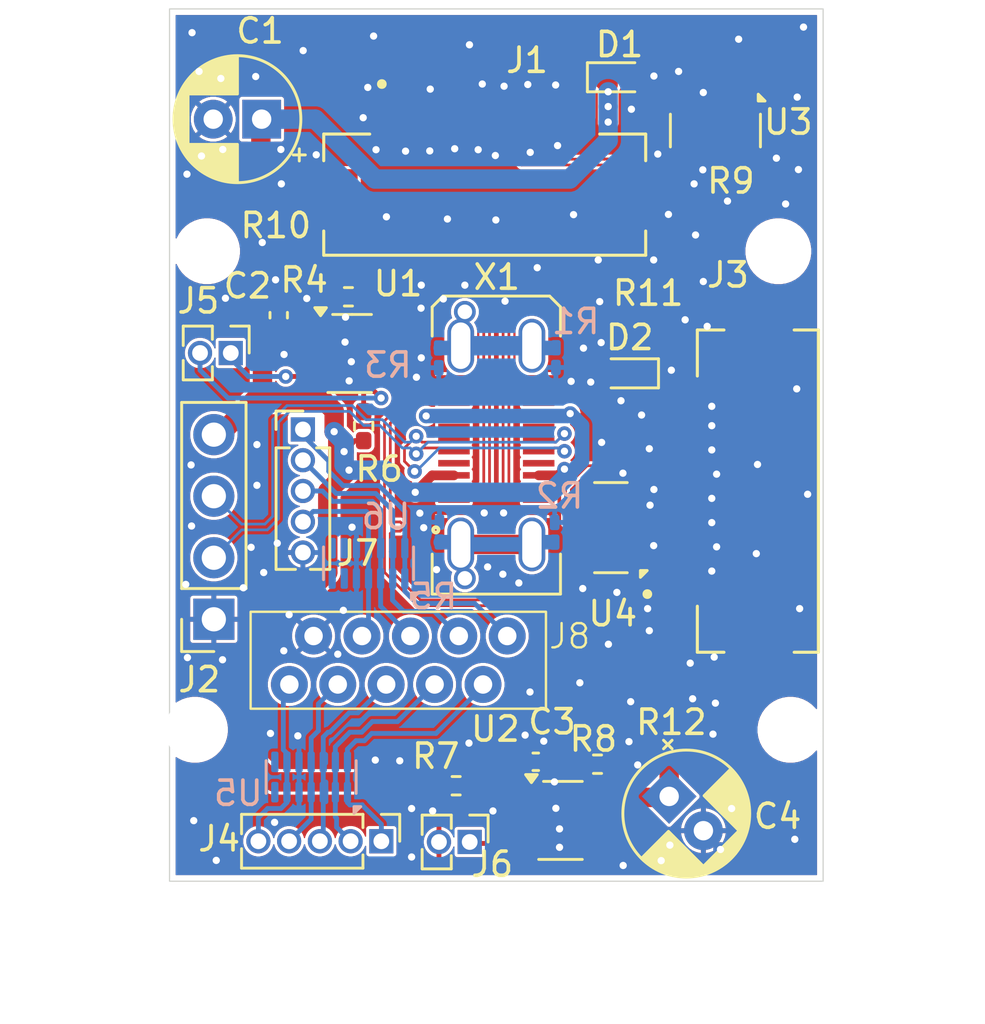
<source format=kicad_pcb>
(kicad_pcb (version 20241229) (generator "pcbnew") (generator_version "9.0")
  (layers (0 "F.Cu" signal) (4 "In1.Cu" signal) (6 "In2.Cu" signal) (2 "B.Cu" signal) (13 "F.Paste" user) (15 "B.Paste" user) (5 "F.SilkS" user "F.Silkscreen") (7 "B.SilkS" user "B.Silkscreen") (1 "F.Mask" user) (3 "B.Mask" user) (25 "Edge.Cuts" user))
  (net 0 "")
  (net 1 "VOUT1")
  (net 2 "GND")
  (net 3 "VBUS")
  (net 4 "VOUT2")
  (net 5 "RX1-")
  (net 6 "RX1+")
  (net 7 "TX1+")
  (net 8 "D+")
  (net 9 "TX1-")
  (net 10 "D-")
  (net 11 "nFLT1")
  (net 12 "EN1")
  (net 13 "EN2")
  (net 14 "nFLT2")
  (net 15 "2_D-")
  (net 16 "TX2+")
  (net 17 "2_D+")
  (net 18 "RX2+")
  (net 19 "RX2-")
  (net 20 "TX2-")
  (net 21 "Shield")
  (net 22 "Net-(U1-ILIM)")
  (net 23 "Net-(U2-ILIM)")
  (net 28 "K5")
  (net 29 "K3")
  (net 30 "K1")
  (net 31 "K9")
  (net 32 "K7")
  (net 33 "K6")
  (net 34 "K8")
  (net 35 "K2")
  (net 36 "K4")
  (net 41 "1_D+")
  (net 42 "1_D-")
  (net 45 "Net-(J1-PadS1)")
  (net 46 "Net-(J1-PadS2)")
  (net 47 "Net-(J3-PadS1)")
  (net 48 "Net-(J3-PadS2)")
  (footprint "Connector_PinHeader_1.27mm:PinHeader_1x05_P1.27mm_Vertical" (layer "F.Cu") (at 8.75 34.35 -90)
    (property "Reference" "J4")
    (property "Value" "Conn_01x05")
  )
  (footprint "MountingHole:MountingHole_2.5mm" (layer "F.Cu") (at 1.05 29.75)
    (property "Reference" "REF**" (hide yes))
    (property "Value" "MountingHole_2.5mm")
  )
  (footprint "myLib8:DFN-14_1.35x3.5mm_P0.5mm" (layer "F.Cu") (at 22.55 5.02 -90)
    (property "Reference" "U3")
    (property "Value" "SP3012-06UTG" (hide yes))
  )
  (footprint "MountingHole:MountingHole_2.5mm" (layer "F.Cu") (at 25.65 29.75)
    (property "Reference" "REF**" (hide yes))
    (property "Value" "MountingHole_2.5mm")
  )
  (footprint "Resistor_SMD:R_0402_1005Metric_Pad0.72x0.64mm_HandSolder" (layer "F.Cu") (at 8.02 17.22 -90)
    (property "Reference" "R6")
    (property "Value" "100k")
  )
  (footprint "Connector_USB:USB_C_Receptacle_JAE_DX07S024WJ3R400" (layer "F.Cu") (at 13.5 18 90)
    (property "Reference" "X1")
    (property "Value" "USB_C_24pins" (hide yes))
  )
  (footprint "Package_TO_SOT_SMD:SOT-23-6_Handsoldering" (layer "F.Cu") (at 16.15 33.49)
    (property "Reference" "U2")
    (property "Value" "~")
  )
  (footprint "Diode_SMD:D_SOD-523" (layer "F.Cu") (at 18.5225 2.82)
    (property "Reference" "D1")
    (property "Value" "D_TVS")
  )
  (footprint "Resistor_SMD:R_0201_0603Metric_Pad0.64x0.40mm_HandSolder" (layer "F.Cu") (at 5.26 7.23 90)
    (property "Reference" "R10")
    (property "Value" "0")
  )
  (footprint "Resistor_SMD:R_0402_1005Metric_Pad0.72x0.64mm_HandSolder" (layer "F.Cu") (at 17.68 31.17)
    (property "Reference" "R8")
    (property "Value" "R")
  )
  (footprint "myLib8:DFN-14_1.35x3.5mm_P0.5mm" (layer "F.Cu") (at 18.2325 21.4075 180)
    (property "Reference" "U4")
    (property "Value" "SP3012-06UTG" (hide yes))
  )
  (footprint "myLib8:DS1020-04-10BVT1" (layer "F.Cu") (at 13.95 25.88 180)
    (property "Reference" "J8")
    (property "Value" "Conn_02x05_Odd_Even")
  )
  (footprint "Connector_PinSocket_2.54mm:PinSocket_1x04_P2.54mm_Vertical" (layer "F.Cu") (at 1.83 25.19 180)
    (property "Reference" "J2")
    (property "Value" "Conn_01x04_Socket")
  )
  (footprint "Connector_PinHeader_1.27mm:PinHeader_1x02_P1.27mm_Vertical" (layer "F.Cu") (at 12.4 34.38 -90)
    (property "Reference" "J6")
    (property "Value" "Conn_01x02_Socket")
  )
  (footprint "Resistor_SMD:R_0201_0603Metric_Pad0.64x0.40mm_HandSolder" (layer "F.Cu") (at 20.88 7.32 90)
    (property "Reference" "R9")
    (property "Value" "0")
  )
  (footprint "Capacitor_THT:CP_Radial_D5.0mm_P2.00mm" (layer "F.Cu") (at 20.64 32.5 -45)
    (property "Reference" "C4")
    (property "Value" "120 uF")
  )
  (footprint "Connector_PinHeader_1.27mm:PinHeader_1x02_P1.27mm_Vertical" (layer "F.Cu") (at 2.53 14.2 -90)
    (property "Reference" "J5")
    (property "Value" "Conn_01x02_Socket")
  )
  (footprint "my8lib:HRS_TF31-18S-0.5SH_800_" (layer "F.Cu") (at 24.303805 19.9 -90)
    (property "Reference" "J3")
    (property "Value" "TF31-18S-0.5SH_800_")
  )
  (footprint "MountingHole:MountingHole_2.5mm" (layer "F.Cu") (at 1.55 10)
    (property "Reference" "REF**" (hide yes))
    (property "Value" "MountingHole_2.5mm")
  )
  (footprint "MountingHole:MountingHole_2.5mm" (layer "F.Cu") (at 25.15 10)
    (property "Reference" "REF**" (hide yes))
    (property "Value" "MountingHole_2.5mm")
  )
  (footprint "Resistor_SMD:R_0201_0603Metric_Pad0.64x0.40mm_HandSolder" (layer "F.Cu") (at 22.44 27.75 180)
    (property "Reference" "R12")
    (property "Value" "0")
  )
  (footprint "Capacitor_SMD:C_0402_1005Metric_Pad0.74x0.62mm_HandSolder" (layer "F.Cu") (at 15.13 31.07)
    (property "Reference" "C3")
    (property "Value" "0.1")
  )
  (footprint "my8lib:HRS_TF31-18S-0.5SH_800_" (layer "F.Cu") (at 13.02 7.665 180)
    (property "Reference" "J1")
    (property "Value" "TF31-18S-0.5SH_800_")
  )
  (footprint "Resistor_SMD:R_0402_1005Metric_Pad0.72x0.64mm_HandSolder" (layer "F.Cu") (at 11.84 32.06 180)
    (property "Reference" "R7")
    (property "Value" "100k")
  )
  (footprint "Package_TO_SOT_SMD:SOT-23-6_Handsoldering" (layer "F.Cu") (at 7.44 14.22)
    (property "Reference" "U1")
    (property "Value" "~")
  )
  (footprint "Connector_PinHeader_1.27mm:PinHeader_1x05_P1.27mm_Vertical" (layer "F.Cu") (at 5.51 17.355)
    (property "Reference" "J7")
    (property "Value" "Conn_01x05")
  )
  (footprint "Resistor_SMD:R_0201_0603Metric_Pad0.64x0.40mm_HandSolder" (layer "F.Cu") (at 22.01 12.04 180)
    (property "Reference" "R11")
    (property "Value" "0")
  )
  (footprint "Capacitor_THT:CP_Radial_D5.0mm_P2.00mm" (layer "F.Cu") (at 3.805113 4.55 180)
    (property "Reference" "C1")
    (property "Value" "120 uF")
  )
  (footprint "Capacitor_SMD:C_0402_1005Metric_Pad0.74x0.62mm_HandSolder" (layer "F.Cu") (at 4.51 12.64 90)
    (property "Reference" "C2")
    (property "Value" "0.1")
  )
  (footprint "Resistor_SMD:R_0402_1005Metric_Pad0.72x0.64mm_HandSolder" (layer "F.Cu") (at 7.39 11.88 180)
    (property "Reference" "R4")
    (property "Value" "R")
  )
  (footprint "Diode_SMD:D_SOD-523" (layer "F.Cu") (at 18.94 15.04 180)
    (property "Reference" "D2")
    (property "Value" "D_TVS")
  )
  (footprint "Resistor_SMD:R_0201_0603Metric_Pad0.64x0.40mm_HandSolder" (layer "B.Cu") (at 15.91 21.6 90)
    (property "Reference" "R2")
    (property "Value" "0")
  )
  (footprint "myLib8:DFN-14_1.35x3.5mm_P0.5mm" (layer "B.Cu") (at 5.85 31.7 90)
    (property "Reference" "U5")
    (property "Value" "SP3012-06UTG")
  )
  (footprint "Resistor_SMD:R_0201_0603Metric_Pad0.64x0.40mm_HandSolder" (layer "B.Cu") (at 15.96 14.39 -90)
    (property "Reference" "R1")
    (property "Value" "0")
  )
  (footprint "Resistor_SMD:R_0201_0603Metric_Pad0.64x0.40mm_HandSolder" (layer "B.Cu") (at 11.12 14.4 -90)
    (property "Reference" "R3")
    (property "Value" "0")
  )
  (footprint "myLib8:DFN-14_1.35x3.5mm_P0.5mm" (layer "B.Cu") (at 8.22 22.88 90)
    (property "Reference" "U6")
    (property "Value" "SP3012-06UTG")
  )
  (footprint "Resistor_SMD:R_0201_0603Metric_Pad0.64x0.40mm_HandSolder" (layer "B.Cu") (at 11.15 21.59 90)
    (property "Reference" "R5")
    (property "Value" "0")
  )
  (gr_rect (start 0 0) (end 27 36) (stroke (width 0.05)) (fill no) (layer "Edge.Cuts"))
  (segment (start 3.773 8.023) (end 3.773 4.582113) (width 0.8) (layer "F.Cu") (net 1))
  (segment (start 17.83 2.82) (end 18.07 3.06) (width 0.6) (layer "F.Cu") (net 1))
  (segment (start 3.773 4.582113) (end 3.805113 4.55) (width 0.8) (layer "F.Cu") (net 1))
  (segment (start 18.12 4.67) (end 18.12 4.68) (width 0.6) (layer "F.Cu") (net 1))
  (segment (start 9.19 12.87) (end 9.19 10.46) (width 0.8) (layer "F.Cu") (net 1))
  (segment (start 16.77 4.465) (end 16.77 2.93) (width 0.4) (layer "F.Cu") (net 1))
  (segment (start 17.83 2.82) (end 18.12 3.11) (width 0.8) (layer "F.Cu") (net 1))
  (segment (start 9.19 10.46) (end 6.21 10.46) (width 0.8) (layer "F.Cu") (net 1))
  (segment (start 18.12 3.42) (end 18.12 4.03) (width 0.6) (layer "F.Cu") (net 1))
  (segment (start 17.27 4.465) (end 17.27 2.98) (width 0.4) (layer "F.Cu") (net 1))
  (segment (start 18.12 4.03) (end 18.12 4.67) (width 0.6) (layer "F.Cu") (net 1))
  (segment (start 17.45 2.8) (end 16.9 2.8) (width 0.8) (layer "F.Cu") (net 1))
  (segment (start 18.12 3.11) (end 18.12 3.42) (width 0.6) (layer "F.Cu") (net 1))
  (segment (start 6.21 10.46) (end 3.773 8.023) (width 0.8) (layer "F.Cu") (net 1))
  (segment (start 17.27 2.98) (end 17.45 2.8) (width 0.4) (layer "F.Cu") (net 1))
  (segment (start 17.8225 2.82) (end 17.83 2.82) (width 0.6) (layer "F.Cu") (net 1))
  (segment (start 8.79 13.27) (end 9.19 12.87) (width 0.8) (layer "F.Cu") (net 1))
  (segment (start 16.77 2.93) (end 16.9 2.8) (width 0.4) (layer "F.Cu") (net 1))
  (via (at 18.12 3.42) (size 0.6) (drill 0.3) (layers "F.Cu" "B.Cu") (net 1))
  (via (at 18.12 4.03) (size 0.6) (drill 0.3) (layers "F.Cu" "B.Cu") (net 1))
  (via (at 18.12 4.67) (size 0.6) (drill 0.3) (layers "F.Cu" "B.Cu") (net 1))
  (segment (start 8.49 7.02) (end 6.02 4.55) (width 0.8) (layer "B.Cu") (net 1))
  (segment (start 6.02 4.55) (end 3.805113 4.55) (width 0.8) (layer "B.Cu") (net 1))
  (segment (start 16.53 7.02) (end 8.49 7.02) (width 0.8) (layer "B.Cu") (net 1))
  (segment (start 18.12 3.42) (end 18.12 4.03) (width 0.8) (layer "B.Cu") (net 1))
  (segment (start 18.12 5.43) (end 16.53 7.02) (width 0.8) (layer "B.Cu") (net 1))
  (segment (start 18.12 4.03) (end 18.12 4.67) (width 0.8) (layer "B.Cu") (net 1))
  (segment (start 18.12 4.67) (end 18.12 5.43) (width 0.8) (layer "B.Cu") (net 1))
  (segment (start 15.25 20.75) (end 15.71 20.75) (width 0.25) (layer "F.Cu") (net 2))
  (segment (start 15.8225 20.8625) (end 15.8225 21.16) (width 0.25) (layer "F.Cu") (net 2))
  (segment (start 15.71 20.75) (end 15.8225 20.8625) (width 0.25) (layer "F.Cu") (net 2))
  (segment (start 15.71 20.75) (end 15.79 20.83) (width 0.25) (layer "F.Cu") (net 2))
  (via (at 20.73 14.91) (size 0.6) (drill 0.3) (layers "F.Cu" "B.Cu") (net 2))
  (via (at 20.17 5.99) (size 0.6) (drill 0.3) (layers "F.Cu" "B.Cu") (net 2))
  (via (at 13.77 23.33) (size 0.6) (drill 0.3) (layers "F.Cu" "B.Cu") (net 2))
  (via (at 22.6 19.2) (size 0.6) (drill 0.3) (layers "F.Cu" "B.Cu") (net 2))
  (via (at 7.18 24.82) (size 0.6) (drill 0.3) (layers "F.Cu" "B.Cu") (net 2))
  (via (at 17.83 13.77) (size 0.6) (drill 0.3) (layers "F.Cu" "B.Cu") (net 2))
  (via (at 16.69 8.49) (size 0.6) (drill 0.3) (layers "F.Cu" "B.Cu") (net 2))
  (via (at 4.6 5.8) (size 0.6) (drill 0.3) (layers "F.Cu" "B.Cu") (net 2))
  (via (at 4.62 7.22) (size 0.6) (drill 0.3) (layers "F.Cu" "B.Cu") (net 2))
  (via (at 20.009988 19.833079) (size 0.6) (drill 0.3) (layers "F.Cu" "B.Cu") (net 2))
  (via (at 23.51 1.25) (size 0.6) (drill 0.3) (layers "F.Cu" "B.Cu") (net 2))
  (via (at 9.75 5.87) (size 0.6) (drill 0.3) (layers "F.Cu" "B.Cu") (net 2))
  (via (at 8 4.49) (size 0.6) (drill 0.3) (layers "F.Cu" "B.Cu") (net 2))
  (via (at 24.24 22.48) (size 0.6) (drill 0.3) (layers "F.Cu" "B.Cu") (net 2))
  (via (at 12.92 3.1) (size 0.6) (drill 0.3) (layers "F.Cu" "B.Cu") (net 2))
  (via (at 1.93 35.14) (size 0.6) (drill 0.3) (layers "F.Cu" "B.Cu") (net 2))
  (via (at 22.4 16.4) (size 0.6) (drill 0.3) (layers "F.Cu" "B.Cu") (net 2))
  (via (at 20 10.36) (size 0.6) (drill 0.3) (layers "F.Cu" "B.Cu") (net 2))
  (via (at 25.83 34.27) (size 0.6) (drill 0.3) (layers "F.Cu" "B.Cu") (net 2))
  (via (at 10.87 33.1) (size 0.6) (drill 0.3) (layers "F.Cu" "B.Cu") (net 2))
  (via (at 3.05 23.89) (size 0.6) (drill 0.3) (layers "F.Cu" "B.Cu") (net 2))
  (via (at 25.93 3.64) (size 0.6) (drill 0.3) (layers "F.Cu" "B.Cu") (net 2))
  (via (at 4.34 33.57) (size 0.6) (drill 0.3) (layers "F.Cu" "B.Cu") (net 2))
  (via (at 4.38 11.18) (size 0.6) (drill 0.3) (layers "F.Cu" "B.Cu") (net 2))
  (via (at 8.96 8.58) (size 0.6) (drill 0.3) (layers "F.Cu" "B.Cu") (net 2))
  (via (at 8.19 3.24) (size 0.6) (drill 0.3) (layers "F.Cu" "B.Cu") (net 2))
  (via (at 21.73 9.33) (size 0.6) (drill 0.3) (layers "F.Cu" "B.Cu") (net 2))
  (via (at 20 22.15) (size 0.6) (drill 0.3) (layers "F.Cu" "B.Cu") (net 2))
  (via (at 10.75 5.86) (size 0.6) (drill 0.3) (layers "F.Cu" "B.Cu") (net 2))
  (via (at 22.03 6.64) (size 0.6) (drill 0.3) (layers "F.Cu" "B.Cu") (net 2))
  (via (at 0.67 23.75) (size 0.6) (drill 0.3) (layers "F.Cu" "B.Cu") (net 2))
  (via (at 26.03 24.75) (size 0.6) (drill 0.3) (layers "F.Cu" "B.Cu") (net 2))
  (via (at 21.51 27) (size 0.6) (drill 0.3) (layers "F.Cu" "B.Cu") (net 2))
  (via (at 15.9 31.9) (size 0.6) (drill 0.3) (layers "F.Cu" "B.Cu") (net 2))
  (via (at 0.91 21.34) (size 0.6) (drill 0.3) (layers "F.Cu" "B.Cu") (net 2))
  (via (at 3.83 9.64) (size 0.6) (drill 0.3) (layers "F.Cu" "B.Cu") (net 2))
  (via (at 2.2 5.8) (size 0.6) (drill 0.3) (layers "F.Cu" "B.Cu") (net 2))
  (via (at 3.89 23.26) (size 0.6) (drill 0.3) (layers "F.Cu" "B.Cu") (net 2))
  (via (at 10.77 3.31) (size 0.6) (drill 0.3) (layers "F.Cu" "B.Cu") (net 2))
  (via (at 22.76 34.69) (size 0.6) (drill 0.3) (layers "F.Cu" "B.Cu") (net 2))
  (via (at 2.31 11.94) (size 0.6) (drill 0.3) (layers "F.Cu" "B.Cu") (net 2))
  (via (at 15.95 3.14) (size 0.6) (drill 0.3) (layers "F.Cu" "B.Cu") (net 2))
  (via (at 18.65 16.17) (size 0.6) (drill 0.3) (layers "F.Cu" "B.Cu") (net 2))
  (via (at 16.11 34.6) (size 0.6) (drill 0.3) (layers "F.Cu" "B.Cu") (net 2))
  (via (at 19.85 20.48) (size 0.6) (drill 0.3) (layers "F.Cu" "B.Cu") (net 2))
  (via (at 17.1 14) (size 0.6) (drill 0.3) (layers "F.Cu" "B.Cu") (net 2))
  (via (at 25.07 6.16) (size 0.6) (drill 0.3) (layers "F.Cu" "B.Cu") (net 2))
  (via (at 1.32 6.07) (size 0.6) (drill 0.3) (layers "F.Cu" "B.Cu") (net 2))
  (via (at 19.34 31.2) (size 0.6) (drill 0.3) (layers "F.Cu" "B.Cu") (net 2))
  (via (at 13.14 23.03) (size 0.6) (drill 0.3) (layers "F.Cu" "B.Cu") (net 2))
  (via (at 4.45 22.05) (size 0.6) (drill 0.3) (layers "F.Cu" "B.Cu") (net 2))
  (via (at 13.82 3.19) (size 0.6) (drill 0.3) (layers "F.Cu" "B.Cu") (net 2))
  (via (at 12.75 5.81) (size 0.6) (drill 0.3) (layers "F.Cu" "B.Cu") (net 2))
  (via (at 3.61 17.98) (size 0.6) (drill 0.3) (layers "F.Cu" "B.Cu") (net 2))
  (via (at 17.77 12.08) (size 0.6) (drill 0.3) (layers "F.Cu" "B.Cu") (net 2))
  (via (at 15.19 10.68) (size 0.6) (drill 0.3) (layers "F.Cu" "B.Cu") (net 2))
  (via (at 13.8 20.8) (size 0.6) (drill 0.3) (layers "F.Cu" "B.Cu") (net 2))
  (via (at 0.93 0.98) (size 0.6) (drill 0.3) (layers "F.Cu" "B.Cu") (net 2))
  (via (at 19.08 4.14) (size 0.6) (drill 0.3) (layers "F.Cu" "B.Cu") (net 2))
  (via (at 21.61 28.47) (size 0.6) (drill 0.3) (layers "F.Cu" "B.Cu") (net 2))
  (via (at 25.91 15.68) (size 0.6) (drill 0.3) (layers "F.Cu" "B.Cu") (net 2))
  (via (at 9.51 31.03) (size 0.6) (drill 0.3) (layers "F.Cu" "B.Cu") (net 2))
  (via (at 21.3 12.83) (size 0.6) (drill 0.3) (layers "F.Cu" "B.Cu") (net 2))
  (via (at 13.36 33.1) (size 0.6) (drill 0.3) (layers "F.Cu" "B.Cu") (net 2))
  (via (at 22.4 20.2) (size 0.6) (drill 0.3) (layers "F.Cu" "B.Cu") (net 2))
  (via (at 4.17 29.9) (size 0.6) (drill 0.3) (layers "F.Cu" "B.Cu") (net 2))
  (via (at 1.22 2.58) (size 0.6) (drill 0.3) (layers "F.Cu" "B.Cu") (net 2))
  (via (at 24.29 18.8) (size 0.6) (drill 0.3) (layers "F.Cu" "B.Cu") (net 2))
  (via (at 12.2 11.4) (size 0.6) (drill 0.3) (layers "F.Cu" "B.Cu") (net 2))
  (via (at 22.55 28.65) (size 0.6) (drill 0.3) (layers "F.Cu" "B.Cu") (net 2))
  (via (at 8.5 31) (size 0.6) (drill 0.3) (layers "F.Cu" "B.Cu") (net 2))
  (via (at 14.69 29.97) (size 0.6) (drill 0.3) (layers "F.Cu" "B.Cu") (net 2))
  (via (at 8.43 1.12) (size 0.6) (drill 0.3) (layers "F.Cu" "B.Cu") (net 2))
  (via (at 20.01 2.77) (size 0.6) (drill 0.3) (layers "F.Cu" "B.Cu") (net 2))
  (via (at 6.95 26.63) (size 0.6) (drill 0.3) (layers "F.Cu" "B.Cu") (net 2))
  (via (at 20.31 35.15) (size 0.6) (drill 0.3) (layers "F.Cu" "B.Cu") (net 2))
  (via (at 12.39 1.48) (size 0.6) (drill 0.3) (layers "F.Cu" "B.Cu") (net 2))
  (via (at 10.4 11.4) (size 0.6) (drill 0.3) (layers "F.Cu" "B.Cu") (net 2))
  (via (at 5.67 11.95) (size 0.6) (drill 0.3) (layers "F.Cu" "B.Cu") (net 2))
  (via (at 22.4 23.2) (size 0.6) (drill 0.3) (layers "F.Cu" "B.Cu") (net 2))
  (via (at 4.72 26.49) (size 0.6) (drill 0.3) (layers "F.Cu" "B.Cu") (net 2))
  (via (at 23.22 33) (size 0.6) (drill 0.3) (layers "F.Cu" "B.Cu") (net 2))
  (via (at 25.45 8.05) (size 0.6) (drill 0.3) (layers "F.Cu" "B.Cu") (net 2))
  (via (at 18.98 30.24) (size 0.6) (drill 0.3) (layers "F.Cu" "B.Cu") (net 2))
  (via (at 22.45 29.93) (size 0.6) (drill 0.3) (layers "F.Cu" "B.Cu") (net 2))
  (via (at 18.48 24.08) (size 0.6) (drill 0.3) (layers "F.Cu" "B.Cu") (net 2))
  (via (at 6.06 6.02) (size 0.6) (drill 0.3) (layers "F.Cu" "B.Cu") (net 2))
  (via (at 25.98 6.63) (size 0.6) (drill 0.3) (layers "F.Cu" "B.Cu") (net 2))
  (via (at 0.72 6.82) (size 0.6) (drill 0.3) (layers "F.Cu" "B.Cu") (net 2))
  (via (at 12.37 30.3) (size 0.6) (drill 0.3) (layers "F.Cu" "B.Cu") (net 2))
  (via (at 16.11 33.84) (size 0.6) (drill 0.3) (layers "F.Cu" "B.Cu") (net 2))
  (via (at 16.59 15.37) (size 0.6) (drill 0.3) (layers "F.Cu" "B.Cu") (net 2))
  (via (at 13 20.8) (size 0.6) (drill 0.3) (layers "F.Cu" "B.Cu") (net 2))
  (via (at 10.39 12.35) (size 0.6) (drill 0.3) (layers "F.Cu" "B.Cu") (net 2))
  (via (at 10 35) (size 0.6) (drill 0.3) (layers "F.Cu" "B.Cu") (net 2))
  (via (at 11.31 11.97) (size 0.6) (drill 0.3) (layers "F.Cu" "B.Cu") (net 2))
  (via (at 10.34 20.81) (size 0.6) (drill 0.3) (layers "F.Cu" "B.Cu") (net 2))
  (via (at 10.2 15.2) (size 0.6) (drill 0.3) (layers "F.Cu" "B.Cu") (net 2))
  (via (at 0.89 18.82) (size 0.6) (drill 0.3) (layers "F.Cu" "B.Cu") (net 2))
  (via (at 10.5 21.41) (size 0.6) (drill 0.3) (layers "F.Cu" "B.Cu") (net 2))
  (via (at 22.4 18.2) (size 0.6) (drill 0.3) (layers "F.Cu" "B.Cu") (net 2))
  (via (at 22.6 22.2) (size 0.6) (drill 0.3) (layers "F.Cu" "B.Cu") (net 2))
  (via (at 14.8 3.12) (size 0.6) (drill 0.3) (layers "F.Cu" "B.Cu") (net 2))
  (via (at 3.61 19.66) (size 0.6) (drill 0.3) (layers "F.Cu" "B.Cu") (net 2))
  (via (at 13.86 12.06) (size 0.6) (drill 0.3) (layers "F.Cu" "B.Cu") (net 2))
  (via (at 7.51 14.56) (size 0.6) (drill 0.3) (layers "F.Cu" "B.Cu") (net 2))
  (via (at 17.71 10.36) (size 0.6) (drill 0.3) (layers "F.Cu" "B.Cu") (net 2))
  (via (at 4.73 14.26) (size 0.6) (drill 0.3) (layers "F.Cu" "B.Cu") (net 2))
  (via (at 5.52 1.72) (size 0.6) (drill 0.3) (layers "F.Cu" "B.Cu") (net 2))
  (via (at 17.85 17.89) (size 0.6) (drill 0.3) (layers "F.Cu" "B.Cu") (net 2))
  (via (at 15.96 32.99) (size 0.6) (drill 0.3) (layers "F.Cu" "B.Cu") (net 2))
  (via (at 7.42 15.35) (size 0.6) (drill 0.3) (layers "F.Cu" "B.Cu") (net 2))
  (via (at 4.94 25) (size 0.6) (drill 0.3) (layers "F.Cu" "B.Cu") (net 2))
  (via (at 13.46 6.05) (size 0.6) (drill 0.3) (layers "F.Cu" "B.Cu") (net 2))
  (via (at 19.75 24.75) (size 0.6) (drill 0.3) (layers "F.Cu" "B.Cu") (net 2))
  (via (at 22.05 11.25) (size 0.6) (drill 0.3) (layers "F.Cu" "B.Cu") (net 2))
  (via (at 8.53 5.81) (size 0.6) (drill 0.3) (layers "F.Cu" "B.Cu") (net 2))
  (via (at 23.05 7.93) (size 0.6) (drill 0.3) (layers "F.Cu" "B.Cu") (net 2))
  (via (at 14.43 23.69) (size 0.6) (drill 0.3) (layers "F.Cu" "B.Cu") (net 2))
  (via (at 22.4 17.2) (size 0.6) (drill 0.3) (layers "F.Cu" "B.Cu") (net 2))
  (via (at 3.37 22.22) (size 0.6) (drill 0.3) (layers "F.Cu" "B.Cu") (net 2))
  (via (at 7.27 12.72) (size 0.6) (drill 0.3) (layers "F.Cu" "B.Cu") (net 2))
  (via (at 5.3 30) (size 0.6) (drill 0.3) (layers "F.Cu" "B.Cu") (net 2))
  (via (at 11.03 23.14) (size 0.6) (drill 0.3) (layers "F.Cu" "B.Cu") (net 2))
  (via (at 7.25 13.75) (size 0.6) (drill 0.3) (layers "F.Cu" "B.Cu") (net 2))
  (via (at 10.4 14.4) (size 0.6) (drill 0.3) (layers "F.Cu" "B.Cu") (net 2))
  (via (at 18.73 19.16) (size 0.6) (drill 0.3) (layers "F.Cu" "B.Cu") (net 2))
  (via (at 26.36 20.03) (size 0.6) (drill 0.3) (layers "F.Cu" "B.Cu") (net 2))
  (via (at 15.46 30.22) (size 0.6) (drill 0.3) (layers "F.Cu" "B.Cu") (net 2))
  (via (at 22.21 13.1) (size 0.6) (drill 0.3) (layers "F.Cu" "B.Cu") (net 2))
  (via (at 18.74 35.35) (size 0.6) (drill 0.3) (layers "F.Cu" "B.Cu") (net 2))
  (via (at 16.95 27.81) (size 0.6) (drill 0.3) (layers "F.Cu" "B.Cu") (net 2))
  (via (at 14.9 5.92) (size 0.6) (drill 0.3) (layers "F.Cu" "B.Cu") (net 2))
  (via (at 21.67 7.22) (size 0.6) (drill 0.3) (layers "F.Cu" "B.Cu") (net 2))
  (via (at 19.5 16.76) (size 0.6) (drill 0.3) (layers "F.Cu" "B.Cu") (net 2))
  (via (at 3.56 2.79) (size 0.6) (drill 0.3) (layers "F.Cu" "B.Cu") (net 2))
  (via (at 16.03 5.64) (size 0.6) (drill 0.3) (layers "F.Cu" "B.Cu") (net 2))
  (via (at 21.03 2.58) (size 0.6) (drill 0.3) (layers "F.Cu" "B.Cu") (net 2))
  (via (at 18.13 26.22) (size 0.6) (drill 0.3) (layers "F.Cu" "B.Cu") (net 2))
  (via (at 0.74 26.77) (size 0.6) (drill 0.3) (layers "F.Cu" "B.Cu") (net 2))
  (via (at 17.07 23.92) (size 0.6) (drill 0.3) (layers "F.Cu" "B.Cu") (net 2))
  (via (at 14.89 28.19) (size 0.6) (drill 0.3) (layers "F.Cu" "B.Cu") (net 2))
  (via (at 19.05 28.59) (size 0.6) (drill 0.3) (layers "F.Cu" "B.Cu") (net 2))
  (via (at 2.19 26.86) (size 0.6) (drill 0.3) (layers "F.Cu" "B.Cu") (net 2))
  (via (at 2.12 2.87) (size 0.6) (drill 0.3) (layers "F.Cu" "B.Cu") (net 2))
  (via (at 26.19 0.75) (size 0.6) (drill 0.3) (layers "F.Cu" "B.Cu") (net 2))
  (via (at 20.67 34.51) (size 0.6) (drill 0.3) (layers "F.Cu" "B.Cu") (net 2))
  (via (at 22.05 3.45) (size 0.6) (drill 0.3) (layers "F.Cu" "B.Cu") (net 2))
  (via (at 20.61 8.48) (size 0.6) (drill 0.3) (layers "F.Cu" "B.Cu") (net 2))
  (via (at 22.5 26.75) (size 0.6) (drill 0.3) (layers "F.Cu" "B.Cu") (net 2))
  (via (at 10 33) (size 0.6) (drill 0.3) (layers "F.Cu" "B.Cu") (net 2))
  (via (at 11.78 5.77) (size 0.6) (drill 0.3) (layers "F.Cu" "B.Cu") (net 2))
  (via (at 17.4 15.4) (size 0.6) (drill 0.3) (layers "F.Cu" "B.Cu") (net 2))
  (via (at 11.48 8.67) (size 0.6) (drill 0.3) (layers "F.Cu" "B.Cu") (net 2))
  (via (at 13.48 8.71) (size 0.6) (drill 0.3) (layers "F.Cu" "B.Cu") (net 2))
  (via (at 1 33.5) (size 0.6) (drill 0.3) (layers "F.Cu" "B.Cu") (net 2))
  (via (at 19.82 18.15) (size 0.6) (drill 0.3) (layers "F.Cu" "B.Cu") (net 2))
  (via (at 7.54 21.39) (size 0.6) (drill 0.3) (layers "F.Cu" "B.Cu") (net 2))
  (via (at 19.82 25.66) (size 0.6) (drill 0.3) (layers "F.Cu" "B.Cu") (net 2))
  (via (at 22.4 21.2) (size 0.6) (drill 0.3) (layers "F.Cu" "B.Cu") (net 2))
  (segment (start 10.1 31.9) (end 10.8525 31.1475) (width 0.8) (layer "F.Cu") (net 3))
  (segment (start 4.3875 13.2) (end 5.64 13.2) (width 0.6) (layer "F.Cu") (net 3))
  (segment (start 4.31 31.9) (end 10.1 31.9) (width 0.8) (layer "F.Cu") (net 3))
  (segment (start 10.8525 31.1475) (end 13.4075 31.1475) (width 0.8) (layer "F.Cu") (net 3))
  (segment (start 10.848632 19.25) (end 11.750001 19.25) (width 0.4) (layer "F.Cu") (net 3))
  (segment (start 14.035 31.775) (end 14.8 32.54) (width 0.8) (layer "F.Cu") (net 3))
  (segment (start 6.8 16.591) (end 6.409 16.2) (width 0.8) (layer "F.Cu") (net 3))
  (segment (start 5.73 13.29) (end 5.76 13.32) (width 0.5) (layer "F.Cu") (net 3))
  (segment (start 3.84 15.799604) (end 2.352604 17.287) (width 0.8) (layer "F.Cu") (net 3))
  (segment (start 1.800001 17.870001) (end 1.8 17.870001) (width 0.112) (layer "F.Cu") (net 3))
  (segment (start 3.08 26.71) (end 3.08 30.67) (width 0.8) (layer "F.Cu") (net 3))
  (segment (start 3.84 13.7475) (end 3.84 15.799604) (width 0.8) (layer "F.Cu") (net 3))
  (segment (start 4.2975 13.29) (end 4.3875 13.2) (width 0.6) (layer "F.Cu") (net 3))
  (segment (start 3.75 26.04) (end 3.08 26.71) (width 0.8) (layer "F.Cu") (net 3))
  (segment (start 7.663054 17.8175) (end 8.02 17.8175) (width 0.2) (layer "F.Cu") (net 3))
  (segment (start 16.313481 18.991601) (end 16.055082 19.25) (width 0.4) (layer "F.Cu") (net 3))
  (segment (start 11.750001 16.75) (end 10.65 16.75) (width 0.4) (layer "F.Cu") (net 3))
  (segment (start 3.75 24.95) (end 3.75 26.04) (width 0.8) (layer "F.Cu") (net 3))
  (segment (start 5.78 24.01) (end 4.69 24.01) (width 0.8) (layer "F.Cu") (net 3))
  (segment (start 11.11 32.06) (end 10.7 31.65) (width 0.6) (layer "F.Cu") (net 3))
  (segment (start 7.210554 18.27) (end 6.95 18.530554) (width 0.8) (layer "F.Cu") (net 3))
  (segment (start 16.313481 18.991601) (end 16.258399 18.991601) (width 0.4) (layer "F.Cu") (net 3))
  (segment (start 4.69 24.01) (end 3.75 24.95) (width 0.8) (layer "F.Cu") (net 3))
  (segment (start 6.8 17.446926) (end 6.8 16.591) (width 0.8) (layer "F.Cu") (net 3))
  (segment (start 7.210554 18.27) (end 7.210554 18.830554) (width 0.8) (layer "F.Cu") (net 3))
  (segment (start 2.352604 17.287) (end 1.83 17.287) (width 0.8) (layer "F.Cu") (net 3))
  (segment (start 16.5 16.75) (end 15.249999 16.75) (width 0.4) (layer "F.Cu") (net 3))
  (segment (start 7.210554 18.27) (end 7.210554 17.85748) (width 0.8) (layer "F.Cu") (net 3))
  (segment (start 13.4075 31.1475) (end 14.035 31.775) (width 0.8) (layer "F.Cu") (net 3))
  (segment (start 6.537 19.913) (end 6.537 23.253) (width 0.8) (layer "F.Cu") (net 3))
  (segment (start 3.54 16.2) (end 3.489802 16.149802) (width 0.8) (layer "F.Cu") (net 3))
  (segment (start 7.210554 18.830554) (end 7.415 19.035) (width 0.8) (layer "F.Cu") (net 3))
  (segment (start 6.8 17.446926) (end 6.95 17.596926) (width 0.8) (layer "F.Cu") (net 3))
  (segment (start 11.2425 32.06) (end 11.11 32.06) (width 0.6) (layer "F.Cu") (net 3))
  (segment (start 14.5625 31.2475) (end 14.035 31.775) (width 0.4) (layer "F.Cu") (net 3))
  (segment (start 6.95 19.5) (end 6.95 18.95) (width 0.8) (layer "F.Cu") (net 3))
  (segment (start 7.415 19.035) (end 6.95 19.5) (width 0.8) (layer "F.Cu") (net 3))
  (segment (start 6.95 17.596926) (end 6.95 18.95) (width 0.8) (layer "F.Cu") (net 3))
  (segment (start 14.5625 31.07) (end 14.5625 31.2475) (width 0.4) (layer "F.Cu") (net 3))
  (segment (start 7.210554 17.85748) (end 6.8 17.446926) (width 0.8) (layer "F.Cu") (net 3))
  (segment (start 3.08 30.67) (end 4.31 31.9) (width 0.8) (layer "F.Cu") (net 3))
  (segment (start 6.537 23.253) (end 5.78 24.01) (width 0.8) (layer "F.Cu") (net 3))
  (segment (start 5.64 13.2) (end 5.73 13.29) (width 0.6) (layer "F.Cu") (net 3))
  (segment (start 10.15 19.948632) (end 10.848632 19.25) (width 0.4) (layer "F.Cu") (net 3))
  (segment (start 6.409 16.2) (end 3.54 16.2) (width 0.8) (layer "F.Cu") (net 3))
  (segment (start 16.055082 19.25) (end 15.249999 19.25) (width 0.4) (layer "F.Cu") (net 3))
  (segment (start 7.210554 18.27) (end 7.663054 17.8175) (width 0.2) (layer "F.Cu") (net 3))
  (segment (start 16.55 16.7) (end 16.5 16.75) (width 0.4) (layer "F.Cu") (net 3))
  (segment (start 4.2975 13.29) (end 3.84 13.7475) (width 0.8) (layer "F.Cu") (net 3))
  (segment (start 6.95 19.5) (end 6.537 19.913) (width 0.8) (layer "F.Cu") (net 3))
  (segment (start 10.65 16.75) (end 10.6 16.8) (width 0.4) (layer "F.Cu") (net 3))
  (segment (start 6.95 18.530554) (end 6.95 18.95) (width 0.8) (layer "F.Cu") (net 3))
  (via (at 16.313481 18.991601) (size 0.6) (drill 0.3) (layers "F.Cu" "B.Cu") (net 3))
  (via (at 6.8 17.446926) (size 0.6) (drill 0.3) (layers "F.Cu" "B.Cu") (net 3))
  (via (at 7.415 19.035) (size 0.6) (drill 0.3) (layers "F.Cu" "B.Cu") (net 3))
  (via (at 10.15 19.948632) (size 0.6) (drill 0.3) (layers "F.Cu" "B.Cu") (net 3))
  (via (at 10.6 16.8) (size 0.6) (drill 0.3) (layers "F.Cu" "B.Cu") (net 3))
  (via (at 16.55 16.7) (size 0.6) (drill 0.3) (layers "F.Cu" "B.Cu") (net 3))
  (via (at 7.210554 18.27) (size 0.6) (drill 0.3) (layers "F.Cu" "B.Cu") (net 3))
  (segment (start 1.800001 17.870001) (end 1.8 17.870001) (width 0.112) (layer "B.Cu") (net 3))
  (segment (start 8.905 19.035) (end 7.415 19.035) (width 0.8) (layer "B.Cu") (net 3))
  (segment (start 17.04192 17.19192) (end 16.55 16.7) (width 0.6) (layer "B.Cu") (net 3))
  (segment (start 15.757922 19.948632) (end 16.456554 19.25) (width 0.8) (layer "B.Cu") (net 3))
  (segment (start 10.6 16.8) (end 16.45 16.8) (width 0.6) (layer "B.Cu") (net 3))
  (segment (start 16.456554 19.25) (end 17.04192 18.664634) (width 0.6) (layer "B.Cu") (net 3))
  (segment (start 17.04192 18.664634) (end 17.04192 17.19192) (width 0.6) (layer "B.Cu") (net 3))
  (segment (start 9.297302 19.430173) (end 9.297302 19.427302) (width 0.8) (layer "B.Cu") (net 3))
  (segment (start 7.210554 18.27) (end 7.210554 17.85748) (width 0.8) (layer "B.Cu") (net 3))
  (segment (start 7.210554 18.27) (end 7.210554 18.830554) (width 0.8) (layer "B.Cu") (net 3))
  (segment (start 9.297302 19.427302) (end 8.905 19.035) (width 0.8) (layer "B.Cu") (net 3))
  (segment (start 10.15 19.948632) (end 15.757922 19.948632) (width 0.8) (layer "B.Cu") (net 3))
  (segment (start 10.15 19.948632) (end 9.815761 19.948632) (width 0.8) (layer "B.Cu") (net 3))
  (segment (start 7.210554 18.830554) (end 7.415 19.035) (width 0.8) (layer "B.Cu") (net 3))
  (segment (start 16.45 16.8) (end 16.55 16.7) (width 0.6) (layer "B.Cu") (net 3))
  (segment (start 9.815761 19.948632) (end 9.297302 19.430173) (width 0.8) (layer "B.Cu") (net 3))
  (segment (start 7.210554 17.85748) (end 6.8 17.446926) (width 0.8) (layer "B.Cu") (net 3))
  (segment (start 23.47 16) (end 21.37 13.9) (width 0.8) (layer "F.Cu") (net 4))
  (segment (start 21.103805 16.15) (end 20.3 16.15) (width 0.4) (layer "F.Cu") (net 4))
  (segment (start 21.6 25.2) (end 22.1 25.2) (width 0.8) (layer "F.Cu") (net 4))
  (segment (start 21.37 13.9) (end 20.25 13.9) (width 0.8) (layer "F.Cu") (net 4))
  (segment (start 19.8 15.65) (end 21.103805 15.65) (width 0.4) (layer "F.Cu") (net 4))
  (segment (start 22.1 25.2) (end 23.3 24) (width 0.8) (layer "F.Cu") (net 4))
  (segment (start 24.65 24) (end 25.4 23.25) (width 0.8) (layer "F.Cu") (net 4))
  (segment (start 23.3 24) (end 24.65 24) (width 0.8) (layer "F.Cu") (net 4))
  (segment (start 25.4 23.25) (end 25.4 17.5) (width 0.8) (layer "F.Cu") (net 4))
  (segment (start 20.64 32.5) (end 20.64 26.16) (width 0.8) (layer "F.Cu") (net 4))
  (segment (start 20.6 32.54) (end 20.64 32.5) (width 0.8) (layer "F.Cu") (net 4))
  (segment (start 20.3 16.15) (end 19.8 15.65) (width 0.4) (layer "F.Cu") (net 4))
  (segment (start 17.5 32.54) (end 20.6 32.54) (width 0.8) (layer "F.Cu") (net 4))
  (segment (start 19.65 14.5) (end 19.65 15.5) (width 0.8) (layer "F.Cu") (net 4))
  (segment (start 20.64 26.16) (end 21.6 25.2) (width 0.8) (layer "F.Cu") (net 4))
  (segment (start 23.9 16) (end 23.47 16) (width 0.8) (layer "F.Cu") (net 4))
  (segment (start 20.25 13.9) (end 19.65 14.5) (width 0.8) (layer "F.Cu") (net 4))
  (segment (start 25.4 17.5) (end 23.9 16) (width 0.8) (layer "F.Cu") (net 4))
  (segment (start 23.9195 5.5145) (end 24.05 5.645) (width 0.112) (layer "F.Cu") (net 5))
  (segment (start 15.3695 11.7995) (end 15.504203 11.7995) (width 0.112) (layer "F.Cu") (net 5))
  (segment (start 11.3905 0.7405) (end 21.5995 0.7405) (width 0.112) (layer "F.Cu") (net 5))
  (segment (start 23.9195 4.5255) (end 23.9195 5.5145) (width 0.112) (layer "F.Cu") (net 5))
  (segment (start 21.0795 11.0895) (end 23.9195 8.2495) (width 0.112) (layer "F.Cu") (net 5))
  (segment (start 15.857817 11.614299) (end 15.773609 11.530091) (width 0.112) (layer "F.Cu") (net 5))
  (segment (start 14.735 19.75) (end 14.6045 19.8805) (width 0.112) (layer "F.Cu") (net 5))
  (segment (start 16.0795 11.0895) (end 17.001194 11.0895) (width 0.112) (layer "F.Cu") (net 5))
  (segment (start 14.0195 13.1495) (end 15.3695 11.7995) (width 0.112) (layer "F.Cu") (net 5))
  (segment (start 23.9195 8.2495) (end 23.9195 6.413001) (width 0.112) (layer "F.Cu") (net 5))
  (segment (start 15.857817 11.749003) (end 15.857817 11.614299) (width 0.112) (layer "F.Cu") (net 5))
  (segment (start 15.723114 11.883707) (end 15.857817 11.749003) (width 0.112) (layer "F.Cu") (net 5))
  (segment (start 23.9195 6.413001) (end 24.05 6.282501) (width 0.112) (layer "F.Cu") (net 5))
  (segment (start 15.504203 11.7995) (end 15.58841 11.883707) (width 0.112) (layer "F.Cu") (net 5))
  (segment (start 14.0195 19.630019) (end 14.0195 13.1495) (width 0.112) (layer "F.Cu") (net 5))
  (segment (start 15.58841 11.883707) (end 15.723114 11.883707) (width 0.112) (layer "F.Cu") (net 5))
  (segment (start 24.05 6.282501) (end 24.05 5.645) (width 0.112) (layer "F.Cu") (net 5))
  (segment (start 9.6505 2.4805) (end 11.3905 0.7405) (width 0.112) (layer "F.Cu") (net 5))
  (segment (start 15.773609 11.530091) (end 15.773609 11.395387) (width 0.112) (layer "F.Cu") (net 5))
  (segment (start 23.9195 3.626999) (end 24.05 3.757499) (width 0.112) (layer "F.Cu") (net 5))
  (segment (start 14.6045 19.8805) (end 14.269981 19.8805) (width 0.112) (layer "F.Cu") (net 5))
  (segment (start 24.05 3.757499) (end 24.05 4.395) (width 0.112) (layer "F.Cu") (net 5))
  (segment (start 15.908315 11.260684) (end 16.0795 11.0895) (width 0.112) (layer "F.Cu") (net 5))
  (segment (start 17.001194 11.0895) (end 21.0795 11.0895) (width 0.112) (layer "F.Cu") (net 5))
  (segment (start 15.25 19.75) (end 14.735 19.75) (width 0.112) (layer "F.Cu") (net 5))
  (segment (start 9.27 4.465) (end 9.27 3.489999) (width 0.112) (layer "F.Cu") (net 5))
  (segment (start 21.5995 0.7405) (end 23.9195 3.0605) (width 0.112) (layer "F.Cu") (net 5))
  (segment (start 9.6505 3.109499) (end 9.6505 2.4805) (width 0.112) (layer "F.Cu") (net 5))
  (segment (start 23.9195 3.0605) (end 23.9195 3.626999) (width 0.112) (layer "F.Cu") (net 5))
  (segment (start 15.773609 11.395387) (end 15.908315 11.260684) (width 0.112) (layer "F.Cu") (net 5))
  (segment (start 24.05 4.395) (end 23.9195 4.5255) (width 0.112) (layer "F.Cu") (net 5))
  (segment (start 9.27 3.489999) (end 9.6505 3.109499) (width 0.112) (layer "F.Cu") (net 5))
  (segment (start 14.269981 19.8805) (end 14.0195 19.630019) (width 0.112) (layer "F.Cu") (net 5))
  (segment (start 23.55 6.282501) (end 23.55 5.645) (width 0.112) (layer "F.Cu") (net 6))
  (segment (start 13.7805 13.0505) (end 15.9805 10.8505) (width 0.112) (layer "F.Cu") (net 6))
  (segment (start 10.27 3.489999) (end 10.27 4.465) (width 0.112) (layer "F.Cu") (net 6))
  (segment (start 11.343707 1.708411) (end 11.343707 1.843115) (width 0.112) (layer "F.Cu") (net 6))
  (segment (start 14.735 20.25) (end 14.6045 20.1195) (width 0.112) (layer "F.Cu") (net 6))
  (segment (start 20.9805 10.8505) (end 23.6805 8.1505) (width 0.112) (layer "F.Cu") (net 6))
  (segment (start 11.4895 0.9795) (end 11.1195 1.3495) (width 0.112) (layer "F.Cu") (net 6))
  (segment (start 10.2095 2.2595) (end 9.8895 2.5795) (width 0.112) (layer "F.Cu") (net 6))
  (segment (start 23.6805 5.5145) (end 23.55 5.645) (width 0.112) (layer "F.Cu") (net 6))
  (segment (start 10.850092 1.753615) (end 10.715388 1.753615) (width 0.112) (layer "F.Cu") (net 6))
  (segment (start 21.5005 0.9795) (end 11.4895 0.9795) (width 0.112) (layer "F.Cu") (net 6))
  (segment (start 11.1195 1.3495) (end 11.1195 1.484204) (width 0.112) (layer "F.Cu") (net 6))
  (segment (start 9.8895 2.5795) (end 9.8895 3.109499) (width 0.112) (layer "F.Cu") (net 6))
  (segment (start 9.8895 3.109499) (end 10.27 3.489999) (width 0.112) (layer "F.Cu") (net 6))
  (segment (start 23.6805 6.413001) (end 23.55 6.282501) (width 0.112) (layer "F.Cu") (net 6))
  (segment (start 10.27592 2.19308) (end 10.2095 2.2595) (width 0.112) (layer "F.Cu") (net 6))
  (segment (start 15.9805 10.8505) (end 20.9805 10.8505) (width 0.112) (layer "F.Cu") (net 6))
  (segment (start 23.55 4.395) (end 23.55 3.757499) (width 0.112) (layer "F.Cu") (net 6))
  (segment (start 13.7805 19.729019) (end 13.7805 13.0505) (width 0.112) (layer "F.Cu") (net 6))
  (segment (start 11.343707 1.843115) (end 11.209002 1.977821) (width 0.112) (layer "F.Cu") (net 6))
  (segment (start 23.6805 3.1595) (end 21.5005 0.9795) (width 0.112) (layer "F.Cu") (net 6))
  (segment (start 23.6805 4.5255) (end 23.6805 5.5145) (width 0.112) (layer "F.Cu") (net 6))
  (segment (start 23.6805 3.626999) (end 23.6805 3.1595) (width 0.112) (layer "F.Cu") (net 6))
  (segment (start 11.1195 1.484204) (end 11.343707 1.708411) (width 0.112) (layer "F.Cu") (net 6))
  (segment (start 23.55 3.757499) (end 23.6805 3.626999) (width 0.112) (layer "F.Cu") (net 6))
  (segment (start 11.074298 1.977821) (end 10.850092 1.753615) (width 0.112) (layer "F.Cu") (net 6))
  (segment (start 10.580684 1.888317) (end 10.27592 2.19308) (width 0.112) (layer "F.Cu") (net 6))
  (segment (start 14.6045 20.1195) (end 14.170981 20.1195) (width 0.112) (layer "F.Cu") (net 6))
  (segment (start 10.715388 1.753615) (end 10.580684 1.888317) (width 0.112) (layer "F.Cu") (net 6))
  (segment (start 15.25 20.25) (end 14.735 20.25) (width 0.112) (layer "F.Cu") (net 6))
  (segment (start 14.170981 20.1195) (end 13.7805 19.729019) (width 0.112) (layer "F.Cu") (net 6))
  (segment (start 23.6805 8.1505) (end 23.6805 6.413001) (width 0.112) (layer "F.Cu") (net 6))
  (segment (start 23.55 4.395) (end 23.6805 4.5255) (width 0.112) (layer "F.Cu") (net 6))
  (segment (start 11.209002 1.977821) (end 11.074298 1.977821) (width 0.112) (layer "F.Cu") (net 6))
  (segment (start 23.05 4.395) (end 22.9195 4.5255) (width 0.112) (layer "F.Cu") (net 7))
  (segment (start 13.0705 1.5005) (end 11.6505 2.9205) (width 0.112) (layer "F.Cu") (net 7))
  (segment (start 13.2195 19.699656) (end 12.799656 20.1195) (width 0.112) (layer "F.Cu") (net 7))
  (segment (start 13.2195 11.5395) (end 13.2195 19.699656) (width 0.112) (layer "F.Cu") (net 7))
  (segment (start 11.27 3.489999) (end 11.27 4.465) (width 0.112) (layer "F.Cu") (net 7))
  (segment (start 23.05 6.282501) (end 22.9195 6.413001) (width 0.112) (layer "F.Cu") (net 7))
  (segment (start 11.6505 3.109499) (end 11.27 3.489999) (width 0.112) (layer "F.Cu") (net 7))
  (segment (start 22.9195 7.2195) (end 20.4095 9.7295) (width 0.112) (layer "F.Cu") (net 7))
  (segment (start 21.1795 1.5005) (end 13.0705 1.5005) (width 0.112) (layer "F.Cu") (net 7))
  (segment (start 22.9195 3.626999) (end 22.9195 3.2405) (width 0.112) (layer "F.Cu") (net 7))
  (segment (start 12.3955 20.1195) (end 12.265 20.25) (width 0.112) (layer "F.Cu") (net 7))
  (segment (start 23.05 3.757499) (end 22.9195 3.626999) (width 0.112) (layer "F.Cu") (net 7))
  (segment (start 22.9195 4.5255) (end 22.9195 5.5145) (width 0.112) (layer "F.Cu") (net 7))
  (segment (start 23.05 5.645) (end 23.05 6.282501) (width 0.112) (layer "F.Cu") (net 7))
  (segment (start 22.9195 5.5145) (end 23.05 5.645) (width 0.112) (layer "F.Cu") (net 7))
  (segment (start 23.05 4.395) (end 23.05 3.757499) (width 0.112) (layer "F.Cu") (net 7))
  (segment (start 12.265 20.25) (end 11.75 20.25) (width 0.112) (layer "F.Cu") (net 7))
  (segment (start 15.0295 9.7295) (end 13.2195 11.5395) (width 0.112) (layer "F.Cu") (net 7))
  (segment (start 12.799656 20.1195) (end 12.3955 20.1195) (width 0.112) (layer "F.Cu") (net 7))
  (segment (start 20.4095 9.7295) (end 15.0295 9.7295) (width 0.112) (layer "F.Cu") (net 7))
  (segment (start 22.9195 6.413001) (end 22.9195 7.2195) (width 0.112) (layer "F.Cu") (net 7))
  (segment (start 11.6505 2.9205) (end 11.6505 3.109499) (width 0.112) (layer "F.Cu") (net 7))
  (segment (start 22.9195 3.2405) (end 21.1795 1.5005) (width 0.112) (layer "F.Cu") (net 7))
  (segment (start 15.8955 17.8805) (end 15.765 17.75) (width 0.112) (layer "F.Cu") (net 8))
  (segment (start 11.235 18.25) (end 11.1045 18.1195) (width 0.112) (layer "F.Cu") (net 8))
  (segment (start 11.1045 18.1195) (end 10.433 18.1195) (width 0.112) (layer "F.Cu") (net 8))
  (segment (start 16.313477 17.527) (end 15.959977 17.8805) (width 0.112) (layer "F.Cu") (net 8))
  (segment (start 10.433 18.1195) (end 10.189 18.3635) (width 0.112) (layer "F.Cu") (net 8))
  (segment (start 15.765 17.75) (end 15.25 17.75) (width 0.112) (layer "F.Cu") (net 8))
  (segment (start 11.75 18.25) (end 11.235 18.25) (width 0.112) (layer "F.Cu") (net 8))
  (segment (start 15.959977 17.8805) (end 15.8955 17.8805) (width 0.112) (layer "F.Cu") (net 8))
  (via (at 10.189 18.3635) (size 0.6) (drill 0.3) (layers "F.Cu" "B.Cu") (net 8))
  (via (at 16.313477 17.527) (size 0.6) (drill 0.3) (layers "F.Cu" "B.Cu") (net 8))
  (segment (start 4.4995 17.0595) (end 4.4995 21.0395) (width 0.112) (layer "B.Cu") (net 8))
  (segment (start 10.672 17.8805) (end 10.189 18.3635) (width 0.112) (layer "B.Cu") (net 8))
  (segment (start 4.0395 21.4995) (end 2.9805 21.4995) (width 0.112) (layer "B.Cu") (net 8))
  (segment (start 9.945 18.1195) (end 9.6195 18.1195) (width 0.112) (layer "B.Cu") (net 8))
  (segment (start 4.4995 21.0395) (end 4.0395 21.4995) (width 0.112) (layer "B.Cu") (net 8))
  (segment (start 2.9805 21.4995) (end 1.83 22.65) (width 0.112) (layer "B.Cu") (net 8))
  (segment (start 8.689501 17.189501) (end 8.020502 17.189501) (width 0.112) (layer "B.Cu") (net 8))
  (segment (start 10.189 18.3635) (end 9.945 18.1195) (width 0.112) (layer "B.Cu") (net 8))
  (segment (start 16.313477 17.527) (end 15.959977 17.8805) (width 0.112) (layer "B.Cu") (net 8))
  (segment (start 7.440501 16.6095) (end 4.9495 16.6095) (width 0.112) (layer "B.Cu") (net 8))
  (segment (start 9.6195 18.1195) (end 8.689501 17.189501) (width 0.112) (layer "B.Cu") (net 8))
  (segment (start 8.020502 17.189501) (end 7.440501 16.6095) (width 0.112) (layer "B.Cu") (net 8))
  (segment (start 15.959977 17.8805) (end 10.672 17.8805) (width 0.112) (layer "B.Cu") (net 8))
  (segment (start 4.9495 16.6095) (end 4.4995 17.0595) (width 0.112) (layer "B.Cu") (net 8))
  (segment (start 22.55 6.282501) (end 22.55 5.645) (width 0.112) (layer "F.Cu") (net 9))
  (segment (start 12.3955 19.8805) (end 12.700656 19.8805) (width 0.112) (layer "F.Cu") (net 9))
  (segment (start 12.9805 11.4405) (end 13.187221 11.233779) (width 0.112) (layer "F.Cu") (net 9))
  (segment (start 13.187221 11.233779) (end 13.187222 11.099075) (width 0.112) (layer "F.Cu") (net 9))
  (segment (start 20.18525 1.83475) (end 20.18525 2.151826) (width 0.112) (layer "F.Cu") (net 9))
  (segment (start 12.700656 19.8805) (end 12.9805 19.600656) (width 0.112) (layer "F.Cu") (net 9))
  (segment (start 14.030801 10.390199) (end 14.114624 10.306376) (width 0.112) (layer "F.Cu") (net 9))
  (segment (start 13.1695 1.7395) (end 20.09 1.7395) (width 0.112) (layer "F.Cu") (net 9))
  (segment (start 22.6805 7.1205) (end 22.6805 6.413001) (width 0.112) (layer "F.Cu") (net 9))
  (segment (start 20.18525 2.151826) (end 20.2805 2.247076) (width 0.112) (layer "F.Cu") (net 9))
  (segment (start 14.9305 9.4905) (end 20.3105 9.4905) (width 0.112) (layer "F.Cu") (net 9))
  (segment (start 13.103015 11.014868) (end 13.103015 10.880164) (width 0.112) (layer "F.Cu") (net 9))
  (segment (start 20.471 2.247076) (end 20.56625 2.151826) (width 0.112) (layer "F.Cu") (net 9))
  (segment (start 13.372423 10.745461) (end 13.456631 10.829669) (width 0.112) (layer "F.Cu") (net 9))
  (segment (start 13.726038 10.694963) (end 14.030801 10.390199) (width 0.112) (layer "F.Cu") (net 9))
  (segment (start 22.189205 2.848205) (end 22.6805 3.3395) (width 0.112) (layer "F.Cu") (net 9))
  (segment (start 11.8895 3.0195) (end 13.1695 1.7395) (width 0.112) (layer "F.Cu") (net 9))
  (segment (start 22.55 4.395) (end 22.6805 4.5255) (width 0.112) (layer "F.Cu") (net 9))
  (segment (start 22.6805 5.5145) (end 22.55 5.645) (width 0.112) (layer "F.Cu") (net 9))
  (segment (start 20.3105 9.4905) (end 22.6805 7.1205) (width 0.112) (layer "F.Cu") (net 9))
  (segment (start 22.6805 4.5255) (end 22.6805 5.5145) (width 0.112) (layer "F.Cu") (net 9))
  (segment (start 22.6805 6.413001) (end 22.55 6.282501) (width 0.112) (layer "F.Cu") (net 9))
  (segment (start 22.6805 3.3395) (end 22.6805 3.626999) (width 0.112) (layer "F.Cu") (net 9))
  (segment (start 20.56625 2.151826) (end 20.56625 1.83475) (width 0.112) (layer "F.Cu") (net 9))
  (segment (start 12.9805 19.600656) (end 12.9805 11.4405) (width 0.112) (layer "F.Cu") (net 9))
  (segment (start 13.456631 10.829669) (end 13.591335 10.829669) (width 0.112) (layer "F.Cu") (net 9))
  (segment (start 13.187222 11.099075) (end 13.103015 11.014868) (width 0.112) (layer "F.Cu") (net 9))
  (segment (start 22.55 3.757499) (end 22.55 4.395) (width 0.112) (layer "F.Cu") (net 9))
  (segment (start 14.114624 10.306376) (end 14.9305 9.4905) (width 0.112) (layer "F.Cu") (net 9))
  (segment (start 12.27 4.465) (end 12.27 3.489999) (width 0.112) (layer "F.Cu") (net 9))
  (segment (start 13.237719 10.745461) (end 13.372423 10.745461) (width 0.112) (layer "F.Cu") (net 9))
  (segment (start 13.591335 10.829669) (end 13.726038 10.694963) (width 0.112) (layer "F.Cu") (net 9))
  (segment (start 20.2805 2.247076) (end 20.471 2.247076) (width 0.112) (layer "F.Cu") (net 9))
  (segment (start 12.27 3.489999) (end 11.8895 3.109499) (width 0.112) (layer "F.Cu") (net 9))
  (segment (start 11.75 19.75) (end 12.265 19.75) (width 0.112) (layer "F.Cu") (net 9))
  (segment (start 21.0805 1.7395) (end 22.189205 2.848205) (width 0.112) (layer "F.Cu") (net 9))
  (segment (start 12.265 19.75) (end 12.3955 19.8805) (width 0.112) (layer "F.Cu") (net 9))
  (segment (start 13.103015 10.880164) (end 13.237719 10.745461) (width 0.112) (layer "F.Cu") (net 9))
  (segment (start 11.8895 3.109499) (end 11.8895 3.0195) (width 0.112) (layer "F.Cu") (net 9))
  (segment (start 20.56625 1.83475) (end 20.6615 1.7395) (width 0.112) (layer "F.Cu") (net 9))
  (segment (start 20.09 1.7395) (end 20.18525 1.83475) (width 0.112) (layer "F.Cu") (net 9))
  (segment (start 22.6805 3.626999) (end 22.55 3.757499) (width 0.112) (layer "F.Cu") (net 9))
  (segment (start 20.6615 1.7395) (end 21.0805 1.7395) (width 0.112) (layer "F.Cu") (net 9))
  (segment (start 11.75 17.75) (end 11.235 17.75) (width 0.112) (layer "F.Cu") (net 10))
  (segment (start 15.8955 18.1195) (end 15.765 18.25) (width 0.112) (layer "F.Cu") (net 10))
  (segment (start 16.31492 18.254003) (end 16.180417 18.1195) (width 0.112) (layer "F.Cu") (net 10))
  (segment (start 10.433 17.8805) (end 10.189 17.6365) (width 0.112) (layer "F.Cu") (net 10))
  (segment (start 10.124302 19.087618) (end 9.706 18.669316) (width 0.112) (layer "F.Cu") (net 10))
  (segment (start 9.706 18.1195) (end 10.189 17.6365) (width 0.112) (layer "F.Cu") (net 10))
  (segment (start 11.235 17.75) (end 11.1045 17.8805) (width 0.112) (layer "F.Cu") (net 10))
  (segment (start 16.180417 18.1195) (end 15.8955 18.1195) (width 0.112) (layer "F.Cu") (net 10))
  (segment (start 11.1045 17.8805) (end 10.433 17.8805) (width 0.112) (layer "F.Cu") (net 10))
  (segment (start 15.765 18.25) (end 15.25 18.25) (width 0.112) (layer "F.Cu") (net 10))
  (segment (start 9.706 18.669316) (end 9.706 18.1195) (width 0.112) (layer "F.Cu") (net 10))
  (via (at 10.189 17.6365) (size 0.6) (drill 0.3) (layers "F.Cu" "B.Cu") (net 10))
  (via (at 10.124302 19.087618) (size 0.6) (drill 0.3) (layers "F.Cu" "B.Cu") (net 10))
  (via (at 16.31492 18.254003) (size 0.6) (drill 0.3) (layers "F.Cu" "B.Cu") (net 10))
  (segment (start 4.8505 16.3705) (end 4.2605 16.9605) (width 0.112) (layer "B.Cu") (net 10))
  (segment (start 3.9405 21.2605) (end 2.9805 21.2605) (width 0.112) (layer "B.Cu") (net 10))
  (segment (start 16.31492 18.254003) (end 16.180417 18.1195) (width 0.112) (layer "B.Cu") (net 10))
  (segment (start 7.539499 16.3705) (end 4.8505 16.3705) (width 0.112) (layer "B.Cu") (net 10))
  (segment (start 2.9805 21.2605) (end 1.830001 20.110001) (width 0.112) (layer "B.Cu") (net 10))
  (segment (start 11.15 18.1195) (end 10.181882 19.087618) (width 0.112) (layer "B.Cu") (net 10))
  (segment (start 4.2605 16.9605) (end 4.2605 20.9405) (width 0.112) (layer "B.Cu") (net 10))
  (segment (start 10.181882 19.087618) (end 10.124302 19.087618) (width 0.112) (layer "B.Cu") (net 10))
  (segment (start 9.945 17.8805) (end 9.718498 17.8805) (width 0.112) (layer "B.Cu") (net 10))
  (segment (start 8.1195 16.950501) (end 7.539499 16.3705) (width 0.112) (layer "B.Cu") (net 10))
  (segment (start 10.189 17.6365) (end 9.945 17.8805) (width 0.112) (layer "B.Cu") (net 10))
  (segment (start 4.2605 20.9405) (end 3.9405 21.2605) (width 0.112) (layer "B.Cu") (net 10))
  (segment (start 8.788499 16.950501) (end 8.1195 16.950501) (width 0.112) (layer "B.Cu") (net 10))
  (segment (start 16.180417 18.1195) (end 11.15 18.1195) (width 0.112) (layer "B.Cu") (net 10))
  (segment (start 1.830001 20.110001) (end 1.83 20.110001) (width 0.112) (layer "B.Cu") (net 10))
  (segment (start 9.718498 17.8805) (end 8.788499 16.950501) (width 0.112) (layer "B.Cu") (net 10))
  (segment (start 8.47 15.79) (end 8.74 16.06) (width 0.2) (layer "F.Cu") (net 11))
  (segment (start 8.02 15.79) (end 8.47 15.79) (width 0.2) (layer "F.Cu") (net 11))
  (segment (start 8.02 15.79) (end 8.02 16.6225) (width 0.2) (layer "F.Cu") (net 11))
  (segment (start 8.11 15.22) (end 8.02 15.31) (width 0.2) (layer "F.Cu") (net 11))
  (segment (start 8.46 15.22) (end 8.11 15.22) (width 0.2) (layer "F.Cu") (net 11))
  (segment (start 8.02 15.31) (end 8.02 15.79) (width 0.2) (layer "F.Cu") (net 11))
  (via (at 8.74 16.06) (size 0.6) (drill 0.3) (layers "F.Cu" "B.Cu") (net 11))
  (segment (start 2.412893 16.06) (end 1.259999 14.907106) (width 0.2) (layer "B.Cu") (net 11))
  (segment (start 8.74 16.06) (end 2.412893 16.06) (width 0.2) (layer "B.Cu") (net 11))
  (segment (start 1.259999 14.907106) (end 1.259999 14.2) (width 0.2) (layer "B.Cu") (net 11))
  (segment (start 6.09 15.17) (end 4.8 15.17) (width 0.2) (layer "F.Cu") (net 12))
  (via (at 4.8 15.17) (size 0.6) (drill 0.3) (layers "F.Cu" "B.Cu") (net 12))
  (segment (start 4.8 15.17) (end 3.26 15.17) (width 0.2) (layer "B.Cu") (net 12))
  (segment (start 2.53 14.44) (end 2.53 14.2) (width 0.2) (layer "B.Cu") (net 12))
  (segment (start 3.26 15.17) (end 2.53 14.44) (width 0.2) (layer "B.Cu") (net 12))
  (segment (start 14.8 34.44) (end 12.46 34.44) (width 0.2) (layer "F.Cu") (net 13))
  (segment (start 12.46 34.44) (end 12.4 34.38) (width 0.2) (layer "F.Cu") (net 13))
  (segment (start 12.4375 32.379999) (end 11.129999 33.6875) (width 0.2) (layer "F.Cu") (net 14))
  (segment (start 12.4375 32.06) (end 12.4375 32.379999) (width 0.2) (layer "F.Cu") (net 14))
  (segment (start 17.14 35.37) (end 11.412893 35.37) (width 0.2) (layer "F.Cu") (net 14))
  (segment (start 11.412893 35.37) (end 11.129999 35.087106) (width 0.2) (layer "F.Cu") (net 14))
  (segment (start 11.129999 33.6875) (end 11.129999 34.38) (width 0.2) (layer "F.Cu") (net 14))
  (segment (start 17.5 34.44) (end 17.5 35.01) (width 0.2) (layer "F.Cu") (net 14))
  (segment (start 11.129999 35.087106) (end 11.129999 34.38) (width 0.2) (layer "F.Cu") (net 14))
  (segment (start 17.5 35.01) (end 17.14 35.37) (width 0.2) (layer "F.Cu") (net 14))
  (segment (start 19.213 19.552) (end 18.8575 19.9075) (width 0.112) (layer "F.Cu") (net 15))
  (segment (start 19.2 18.946934) (end 19.213 18.959934) (width 0.112) (layer "F.Cu") (net 15))
  (segment (start 18.769502 19.9075) (end 18.6075 19.9075) (width 0.112) (layer "F.Cu") (net 15))
  (segment (start 18.477 20.038) (end 18.6075 19.9075) (width 0.112) (layer "F.Cu") (net 15))
  (segment (start 17.3575 19.9075) (end 17.488 20.038) (width 0.112) (layer "F.Cu") (net 15))
  (segment (start 19.213 18.959934) (end 19.213 19.552) (width 0.112) (layer "F.Cu") (net 15))
  (segment (start 19.47 17.65) (end 19.2 17.92) (width 0.112) (layer "F.Cu") (net 15))
  (segment (start 21.103805 17.65) (end 19.47 17.65) (width 0.112) (layer "F.Cu") (net 15))
  (segment (start 19.2 17.92) (end 19.2 18.946934) (width 0.112) (layer "F.Cu") (net 15))
  (segment (start 17.488 20.038) (end 18.477 20.038) (width 0.112) (layer "F.Cu") (net 15))
  (segment (start 18.6295 18.4995) (end 18.038204 19.090796) (width 0.112) (layer "F.Cu") (net 16))
  (segment (start 17.738 21.538) (end 18.639002 21.538) (width 0.112) (layer "F.Cu") (net 16))
  (segment (start 19.331502 21.5305) (end 19.831502 21.0305) (width 0.112) (layer "F.Cu") (net 16))
  (segment (start 15.25 15.75) (end 15.3805 15.8805) (width 0.112) (layer "F.Cu") (net 16))
  (segment (start 17.0995 15.8805) (end 18.6295 17.4105) (width 0.112) (layer "F.Cu") (net 16))
  (segment (start 16.5995 19.839849) (end 16.5995 21.146937) (width 0.112) (layer "F.Cu") (net 16))
  (segment (start 18.038204 19.090796) (end 17.348553 19.090796) (width 0.112) (layer "F.Cu") (net 16))
  (segment (start 15.3805 15.8805) (end 17.0995 15.8805) (width 0.112) (layer "F.Cu") (net 16))
  (segment (start 20.436805 20.817) (end 20.603805 20.65) (width 0.112) (layer "F.Cu") (net 16))
  (segment (start 20.603805 20.65) (end 21.103805 20.65) (width 0.112) (layer "F.Cu") (net 16))
  (segment (start 18.769502 21.4075) (end 18.8575 21.4075) (width 0.112) (layer "F.Cu") (net 16))
  (segment (start 16.5995 21.146937) (end 16.990563 21.538) (width 0.112) (layer "F.Cu") (net 16))
  (segment (start 20.1195 21.0305) (end 20.333 20.817) (width 0.112) (layer "F.Cu") (net 16))
  (segment (start 18.8575 21.4075) (end 18.9805 21.5305) (width 0.112) (layer "F.Cu") (net 16))
  (segment (start 16.990563 21.538) (end 17.477 21.538) (width 0.112) (layer "F.Cu") (net 16))
  (segment (start 18.9805 21.5305) (end 19.331502 21.5305) (width 0.112) (layer "F.Cu") (net 16))
  (segment (start 20.333 20.817) (end 20.436805 20.817) (width 0.112) (layer "F.Cu") (net 16))
  (segment (start 18.639002 21.538) (end 18.769502 21.4075) (width 0.112) (layer "F.Cu") (net 16))
  (segment (start 18.6295 17.4105) (end 18.6295 18.4995) (width 0.112) (layer "F.Cu") (net 16))
  (segment (start 19.831502 21.0305) (end 20.1195 21.0305) (width 0.112) (layer "F.Cu") (net 16))
  (segment (start 17.348553 19.090796) (end 16.5995 19.839849) (width 0.112) (layer "F.Cu") (net 16))
  (segment (start 17.6075 21.4075) (end 17.738 21.538) (width 0.112) (layer "F.Cu") (net 16))
  (segment (start 17.477 21.538) (end 17.6075 21.4075) (width 0.112) (layer "F.Cu") (net 16))
  (segment (start 21.103805 18.65) (end 19.768998 18.65) (width 0.112) (layer "F.Cu") (net 17))
  (segment (start 18.477 20.277) (end 18.6075 20.4075) (width 0.112) (layer "F.Cu") (net 17))
  (segment (start 19.768998 18.65) (end 19.67584 18.743158) (width 0.112) (layer "F.Cu") (net 17))
  (segment (start 17.3575 20.4075) (end 17.488 20.277) (width 0.112) (layer "F.Cu") (net 17))
  (segment (start 19.149446 20.4075) (end 18.8575 20.4075) (width 0.112) (layer "F.Cu") (net 17))
  (segment (start 19.4655 19.6945) (end 19.4655 20.091446) (width 0.112) (layer "F.Cu") (net 17))
  (segment (start 17.488 20.277) (end 18.477 20.277) (width 0.112) (layer "F.Cu") (net 17))
  (segment (start 19.67584 18.743158) (end 19.67584 19.48416) (width 0.112) (layer "F.Cu") (net 17))
  (segment (start 19.4655 20.091446) (end 19.149446 20.4075) (width 0.112) (layer "F.Cu") (net 17))
  (segment (start 19.67584 19.48416) (end 19.4655 19.6945) (width 0.112) (layer "F.Cu") (net 17))
  (segment (start 20.603805 23.65) (end 21.103805 23.65) (width 0.112) (layer "F.Cu") (net 18))
  (segment (start 19.856296 23.2695) (end 20.151303 23.2695) (width 0.112) (layer "F.Cu") (net 18))
  (segment (start 20.436805 23.483) (end 20.603805 23.65) (width 0.112) (layer "F.Cu") (net 18))
  (segment (start 20.364803 23.483) (end 20.436805 23.483) (width 0.112) (layer "F.Cu") (net 18))
  (segment (start 10.2605 24.6295) (end 15.6895 24.6295) (width 0.112) (layer "F.Cu") (net 18))
  (segment (start 16.527457 22.777) (end 17.477 22.777) (width 0.112) (layer "F.Cu") (net 18))
  (segment (start 18.985 22.78) (end 19.366796 22.78) (width 0.112) (layer "F.Cu") (net 18))
  (segment (start 11.75 15.75) (end 11.235 15.75) (width 0.112) (layer "F.Cu") (net 18))
  (segment (start 8.8805 23.2495) (end 10.2605 24.6295) (width 0.112) (layer "F.Cu") (net 18))
  (segment (start 11.235 15.75) (end 11.1045 15.8805) (width 0.112) (layer "F.Cu") (net 18))
  (segment (start 11.1045 15.8805) (end 10.0005 15.8805) (width 0.112) (layer "F.Cu") (net 18))
  (segment (start 16.3695 22.934957) (end 16.527457 22.777) (width 0.112) (layer "F.Cu") (net 18))
  (segment (start 15.6895 24.6295) (end 16.3695 23.9495) (width 0.112) (layer "F.Cu") (net 18))
  (segment (start 10.0005 15.8805) (end 8.8805 17.0005) (width 0.112) (layer "F.Cu") (net 18))
  (segment (start 8.8805 17.0005) (end 8.8805 23.2495) (width 0.112) (layer "F.Cu") (net 18))
  (segment (start 18.8575 22.9075) (end 18.727 22.777) (width 0.112) (layer "F.Cu") (net 18))
  (segment (start 17.738 22.777) (end 17.6075 22.9075) (width 0.112) (layer "F.Cu") (net 18))
  (segment (start 20.151303 23.2695) (end 20.364803 23.483) (width 0.112) (layer "F.Cu") (net 18))
  (segment (start 18.727 22.777) (end 17.738 22.777) (width 0.112) (layer "F.Cu") (net 18))
  (segment (start 19.366796 22.78) (end 19.856296 23.2695) (width 0.112) (layer "F.Cu") (net 18))
  (segment (start 18.8575 22.9075) (end 18.985 22.78) (width 0.112) (layer "F.Cu") (net 18))
  (segment (start 17.477 22.777) (end 17.6075 22.9075) (width 0.112) (layer "F.Cu") (net 18))
  (segment (start 16.3695 23.9495) (end 16.3695 22.934957) (width 0.112) (layer "F.Cu") (net 18))
  (segment (start 15.5905 24.3905) (end 16.1305 23.8505) (width 0.112) (layer "F.Cu") (net 19))
  (segment (start 10.0995 16.1195) (end 9.1195 17.0995) (width 0.112) (layer "F.Cu") (net 19))
  (segment (start 11.1045 16.1195) (end 10.0995 16.1195) (width 0.112) (layer "F.Cu") (net 19))
  (segment (start 9.531826 21.553237) (end 9.21475 21.553237) (width 0.112) (layer "F.Cu") (net 19))
  (segment (start 19.464796 22.54) (end 19.955296 23.0305) (width 0.112) (layer "F.Cu") (net 19))
  (segment (start 9.627076 21.457987) (end 9.531826 21.553237) (width 0.112) (layer "F.Cu") (net 19))
  (segment (start 20.436805 22.817) (end 20.603805 22.65) (width 0.112) (layer "F.Cu") (net 19))
  (segment (start 18.99 22.54) (end 19.464796 22.54) (width 0.112) (layer "F.Cu") (net 19))
  (segment (start 9.1195 21.648487) (end 9.1195 22.399676) (width 0.112) (layer "F.Cu") (net 19))
  (segment (start 17.738 22.538) (end 17.6075 22.4075) (width 0.112) (layer "F.Cu") (net 19))
  (segment (start 9.1195 23.1505) (end 10.3595 24.3905) (width 0.112) (layer "F.Cu") (net 19))
  (segment (start 9.1195 17.0995) (end 9.1195 21.076987) (width 0.112) (layer "F.Cu") (net 19))
  (segment (start 18.639003 22.538) (end 17.738 22.538) (width 0.112) (layer "F.Cu") (net 19))
  (segment (start 16.428457 22.538) (end 17.477 22.538) (width 0.112) (layer "F.Cu") (net 19))
  (segment (start 16.1305 22.835957) (end 16.428457 22.538) (width 0.112) (layer "F.Cu") (net 19))
  (segment (start 20.151303 23.0305) (end 20.364803 22.817) (width 0.112) (layer "F.Cu") (net 19))
  (segment (start 18.769503 22.4075) (end 18.639003 22.538) (width 0.112) (layer "F.Cu") (net 19))
  (segment (start 11.235 16.25) (end 11.1045 16.1195) (width 0.112) (layer "F.Cu") (net 19))
  (segment (start 19.955296 23.0305) (end 20.151303 23.0305) (width 0.112) (layer "F.Cu") (net 19))
  (segment (start 9.21475 21.553237) (end 9.1195 21.648487) (width 0.112) (layer "F.Cu") (net 19))
  (segment (start 9.1195 21.076987) (end 9.21475 21.172237) (width 0.112) (layer "F.Cu") (net 19))
  (segment (start 10.3595 24.3905) (end 15.5905 24.3905) (width 0.112) (layer "F.Cu") (net 19))
  (segment (start 16.1305 23.8505) (end 16.1305 22.835957) (width 0.112) (layer "F.Cu") (net 19))
  (segment (start 11.75 16.25) (end 11.235 16.25) (width 0.112) (layer "F.Cu") (net 19))
  (segment (start 9.627076 21.267487) (end 9.627076 21.457987) (width 0.112) (layer "F.Cu") (net 19))
  (segment (start 18.8575 22.4075) (end 18.769503 22.4075) (width 0.112) (layer "F.Cu") (net 19))
  (segment (start 20.364803 22.817) (end 20.436805 22.817) (width 0.112) (layer "F.Cu") (net 19))
  (segment (start 20.603805 22.65) (end 21.103805 22.65) (width 0.112) (layer "F.Cu") (net 19))
  (segment (start 9.1195 22.399676) (end 9.1195 23.1505) (width 0.112) (layer "F.Cu") (net 19))
  (segment (start 17.477 22.538) (end 17.6075 22.4075) (width 0.112) (layer "F.Cu") (net 19))
  (segment (start 9.531826 21.172237) (end 9.627076 21.267487) (width 0.112) (layer "F.Cu") (net 19))
  (segment (start 9.21475 21.172237) (end 9.531826 21.172237) (width 0.112) (layer "F.Cu") (net 19))
  (segment (start 18.8575 22.4075) (end 18.99 22.54) (width 0.112) (layer "F.Cu") (net 19))
  (segment (start 18.9955 21.7695) (end 19.4305 21.7695) (width 0.112) (layer "F.Cu") (net 20))
  (segment (start 20.1195 21.2695) (end 20.333 21.483) (width 0.112) (layer "F.Cu") (net 20))
  (segment (start 17.0005 16.1195) (end 18.3905 17.5095) (width 0.112) (layer "F.Cu") (net 20))
  (segment (start 16.891563 21.777) (end 17.477 21.777) (width 0.112) (layer "F.Cu") (net 20))
  (segment (start 19.4305 21.7695) (end 19.9305 21.2695) (width 0.112) (layer "F.Cu") (net 20))
  (segment (start 17.6075 21.9075) (end 17.738 21.777) (width 0.112) (layer "F.Cu") (net 20))
  (segment (start 16.3605 21.245937) (end 16.891563 21.777) (width 0.112) (layer "F.Cu") (net 20))
  (segment (start 20.436805 21.483) (end 20.603805 21.65) (width 0.112) (layer "F.Cu") (net 20))
  (segment (start 19.9305 21.2695) (end 20.1195 21.2695) (width 0.112) (layer "F.Cu") (net 20))
  (segment (start 18.727 21.777) (end 18.8575 21.9075) (width 0.112) (layer "F.Cu") (net 20))
  (segment (start 20.603805 21.65) (end 21.103805 21.65) (width 0.112) (layer "F.Cu") (net 20))
  (segment (start 17.939204 18.851796) (end 17.249553 18.851796) (width 0.112) (layer "F.Cu") (net 20))
  (segment (start 18.8575 21.9075) (end 18.9955 21.7695) (width 0.112) (layer "F.Cu") (net 20))
  (segment (start 18.3905 17.5095) (end 18.3905 18.4005) (width 0.112) (layer "F.Cu") (net 20))
  (segment (start 20.333 21.483) (end 20.436805 21.483) (width 0.112) (layer "F.Cu") (net 20))
  (segment (start 15.25 16.25) (end 15.3805 16.1195) (width 0.112) (layer "F.Cu") (net 20))
  (segment (start 16.3605 19.740849) (end 16.3605 21.245937) (width 0.112) (layer "F.Cu") (net 20))
  (segment (start 17.738 21.777) (end 18.727 21.777) (width 0.112) (layer "F.Cu") (net 20))
  (segment (start 17.477 21.777) (end 17.6075 21.9075) (width 0.112) (layer "F.Cu") (net 20))
  (segment (start 15.3805 16.1195) (end 17.0005 16.1195) (width 0.112) (layer "F.Cu") (net 20))
  (segment (start 18.3905 18.4005) (end 17.939204 18.851796) (width 0.112) (layer "F.Cu") (net 20))
  (segment (start 17.249553 18.851796) (end 16.3605 19.740849) (width 0.112) (layer "F.Cu") (net 20))
  (segment (start 14.97 22.1) (end 12.03 22.1) (width 0.8) (layer "F.Cu") (net 21))
  (segment (start 15.0625 13.9925) (end 14.97 13.9) (width 0.6) (layer "B.Cu") (net 21))
  (segment (start 11.2 22.0075) (end 11.9375 22.0075) (width 0.6) (layer "B.Cu") (net 21))
  (segment (start 11.2 13.9925) (end 11.9375 13.9925) (width 0.6) (layer "B.Cu") (net 21))
  (segment (start 14.97 13.9) (end 12.03 13.9) (width 0.8) (layer "B.Cu") (net 21))
  (segment (start 14.97 22.1) (end 12.03 22.1) (width 0.6) (layer "B.Cu") (net 21))
  (segment (start 11.9375 22.0075) (end 12.03 22.1) (width 0.6) (layer "B.Cu") (net 21))
  (segment (start 15.0625 22.0075) (end 14.97 22.1) (width 0.6) (layer "B.Cu") (net 21))
  (segment (start 11.9375 13.9925) (end 12.03 13.9) (width 0.6) (layer "B.Cu") (net 21))
  (segment (start 15.8 13.9925) (end 15.0625 13.9925) (width 0.6) (layer "B.Cu") (net 21))
  (segment (start 15.8 22.0075) (end 15.0625 22.0075) (width 0.6) (layer "B.Cu") (net 21))
  (segment (start 7.9875 12.73716) (end 7.9875 12.19) (width 0.2) (layer "F.Cu") (net 22))
  (segment (start 7.783 13.992999) (end 7.783 12.94166) (width 0.2) (layer "F.Cu") (net 22))
  (segment (start 8.79 14.22) (end 8.010001 14.22) (width 0.2) (layer "F.Cu") (net 22))
  (segment (start 7.783 12.94166) (end 7.9875 12.73716) (width 0.2) (layer "F.Cu") (net 22))
  (segment (start 8.010001 14.22) (end 7.783 13.992999) (width 0.2) (layer "F.Cu") (net 22))
  (segment (start 16.493 33.163) (end 16.493 31.7595) (width 0.2) (layer "F.Cu") (net 23))
  (segment (start 16.82 33.49) (end 16.493 33.163) (width 0.2) (layer "F.Cu") (net 23))
  (segment (start 16.493 31.7595) (end 17.0825 31.17) (width 0.2) (layer "F.Cu") (net 23))
  (segment (start 17.5 33.49) (end 16.82 33.49) (width 0.2) (layer "F.Cu") (net 23))
  (segment (start 6.35 31.075) (end 6.35 32.139998) (width 0.2) (layer "B.Cu") (net 28))
  (segment (start 6.35 30.05) (end 6.35 31.075) (width 0.2) (layer "B.Cu") (net 28))
  (segment (start 6.460002 32.25) (end 6.460002 32.719168) (width 0.2) (layer "B.Cu") (net 28))
  (segment (start 7.42 29.05) (end 6.62 29.85) (width 0.2) (layer "B.Cu") (net 28))
  (segment (start 6.35 32.325) (end 6.35 34.21) (width 0.2) (layer "B.Cu") (net 28))
  (segment (start 6.35 32.139998) (end 6.460002 32.25) (width 0.2) (layer "B.Cu") (net 28))
  (segment (start 6.460002 31.904999) (end 6.460002 32.25) (width 0.2) (layer "B.Cu") (net 28))
  (segment (start 7.780001 29.05) (end 8.950001 27.88) (width 0.2) (layer "B.Cu") (net 28))
  (segment (start 6.45 30.77083) (end 6.45 31.125) (width 0.2) (layer "B.Cu") (net 28))
  (segment (start 8.460001 27.550002) (end 8.689999 27.78) (width 0.2) (layer "B.Cu") (net 28))
  (segment (start 6.55 29.85) (end 6.35 30.05) (width 0.2) (layer "B.Cu") (net 28))
  (segment (start 6.35 34.21) (end 6.21 34.35) (width 0.2) (layer "B.Cu") (net 28))
  (segment (start 7.42 29.05) (end 7.780001 29.05) (width 0.2) (layer "B.Cu") (net 28))
  (segment (start 6.62 29.85) (end 6.55 29.85) (width 0.2) (layer "B.Cu") (net 28))
  (segment (start 7.45 29.85) (end 7.937552 29.85) (width 0.2) (layer "B.Cu") (net 29))
  (segment (start 6.85 32.325) (end 6.85 31.075) (width 0.2) (layer "B.Cu") (net 29))
  (segment (start 6.85 33.35) (end 6.85 32.325) (width 0.2) (layer "B.Cu") (net 29))
  (segment (start 6.9 33.4) (end 6.85 33.35) (width 0.2) (layer "B.Cu") (net 29))
  (segment (start 7.937552 29.85) (end 8.377552 29.41) (width 0.2) (layer "B.Cu") (net 29))
  (segment (start 6.85 30.45) (end 7.45 29.85) (width 0.2) (layer "B.Cu") (net 29))
  (segment (start 7.479999 34.35) (end 6.9 33.770001) (width 0.2) (layer "B.Cu") (net 29))
  (segment (start 6.85 31.075) (end 6.85 30.45) (width 0.2) (layer "B.Cu") (net 29))
  (segment (start 8.377552 29.41) (end 9.42 29.41) (width 0.2) (layer "B.Cu") (net 29))
  (segment (start 9.42 29.41) (end 10.95 27.88) (width 0.2) (layer "B.Cu") (net 29))
  (segment (start 6.9 33.770001) (end 6.9 33.4) (width 0.2) (layer "B.Cu") (net 29))
  (segment (start 11.01 29.9) (end 12.95 27.96) (width 0.2) (layer "B.Cu") (net 30))
  (segment (start 12.95 27.96) (end 12.95 27.88) (width 0.2) (layer "B.Cu") (net 30))
  (segment (start 7.7 30.2) (end 8.05 30.2) (width 0.2) (layer "B.Cu") (net 30))
  (segment (start 7.35 32.325) (end 7.35 32.749997) (width 0.2) (layer "B.Cu") (net 30))
  (segment (start 7.460002 32.839999) (end 7.450002 32.849999) (width 0.2) (layer "B.Cu") (net 30))
  (segment (start 7.35 31.075) (end 7.35 32.325) (width 0.2) (layer "B.Cu") (net 30))
  (segment (start 7.35 31.075) (end 7.35 30.55) (width 0.2) (layer "B.Cu") (net 30))
  (segment (start 7.960002 32.839999) (end 7.950002 32.849999) (width 0.2) (layer "B.Cu") (net 30))
  (segment (start 7.35 30.55) (end 7.7 30.2) (width 0.2) (layer "B.Cu") (net 30))
  (segment (start 7.450002 32.849999) (end 7.950002 32.849999) (width 0.2) (layer "B.Cu") (net 30))
  (segment (start 8.75 33.649997) (end 8.75 34.35) (width 0.2) (layer "B.Cu") (net 30))
  (segment (start 7.35 32.749997) (end 7.450002 32.849999) (width 0.2) (layer "B.Cu") (net 30))
  (segment (start 8.05 30.2) (end 8.35 29.9) (width 0.2) (layer "B.Cu") (net 30))
  (segment (start 7.950002 32.849999) (end 8.75 33.649997) (width 0.2) (layer "B.Cu") (net 30))
  (segment (start 8.35 29.9) (end 11.01 29.9) (width 0.2) (layer "B.Cu") (net 30))
  (segment (start 4.7 30.57083) (end 4.85 30.72083) (width 0.2) (layer "B.Cu") (net 31))
  (segment (start 4.7 28.130001) (end 4.7 30.57083) (width 0.2) (layer "B.Cu") (net 31))
  (segment (start 4.85 32.325) (end 4.85 32.749999) (width 0.2) (layer "B.Cu") (net 31))
  (segment (start 4.85 32.749999) (end 4.599999 33) (width 0.2) (layer "B.Cu") (net 31))
  (segment (start 4.05 33) (end 3.670001 33.379999) (width 0.2) (layer "B.Cu") (net 31))
  (segment (start 3.670001 33.379999) (end 3.670001 34.35) (width 0.2) (layer "B.Cu") (net 31))
  (segment (start 4.599999 33) (end 4.05 33) (width 0.2) (layer "B.Cu") (net 31))
  (segment (start 4.95 27.880001) (end 4.7 28.130001) (width 0.2) (layer "B.Cu") (net 31))
  (segment (start 4.85 31.075) (end 4.85 32.325) (width 0.2) (layer "B.Cu") (net 31))
  (segment (start 4.85 30.72083) (end 4.85 31.075) (width 0.2) (layer "B.Cu") (net 31))
  (segment (start 5.85 33.44) (end 5.85 32.325) (width 0.2) (layer "B.Cu") (net 32))
  (segment (start 6.15 28.68) (end 6.95 27.88) (width 0.2) (layer "B.Cu") (net 32))
  (segment (start 4.94 34.35) (end 5.85 33.44) (width 0.2) (layer "B.Cu") (net 32))
  (segment (start 6.15 29.787552) (end 6.15 28.68) (width 0.2) (layer "B.Cu") (net 32))
  (segment (start 5.85 31.075) (end 5.85 30.087552) (width 0.2) (layer "B.Cu") (net 32))
  (segment (start 5.85 30.087552) (end 6.15 29.787552) (width 0.2) (layer "B.Cu") (net 32))
  (segment (start 5.85 32.325) (end 5.85 31.075) (width 0.2) (layer "B.Cu") (net 32))
  (segment (start 5.51 19.895) (end 5.51 20.06) (width 0.2) (layer "B.Cu") (net 33))
  (segment (start 8.379521 20.324) (end 6.746551 20.324) (width 0.2) (layer "B.Cu") (net 33))
  (segment (start 8.72 22.525) (end 8.72 20.664479) (width 0.2) (layer "B.Cu") (net 33))
  (segment (start 8.72 22.255) (end 8.72 23.505) (width 0.2) (layer "B.Cu") (net 33))
  (segment (start 6.746551 20.324) (end 6.317551 19.895) (width 0.2) (layer "B.Cu") (net 33))
  (segment (start 8.72 20.664479) (end 8.379521 20.324) (width 0.2) (layer "B.Cu") (net 33))
  (segment (start 6.317551 19.895) (end 5.51 19.895) (width 0.2) (layer "B.Cu") (net 33))
  (segment (start 8.72 23.505) (end 8.72 24.65) (width 0.2) (layer "B.Cu") (net 33))
  (segment (start 8.72 24.65) (end 9.95 25.88) (width 0.2) (layer "B.Cu") (net 33))
  (segment (start 8.22 23.505) (end 8.22 25.61) (width 0.2) (layer "B.Cu") (net 34))
  (segment (start 8.22 22.255) (end 8.22 23.505) (width 0.2) (layer "B.Cu") (net 34))
  (segment (start 8.13 20.74) (end 8.22 20.83) (width 0.2) (layer "B.Cu") (net 34))
  (segment (start 8.22 25.61) (end 7.95 25.88) (width 0.2) (layer "B.Cu") (net 34))
  (segment (start 5.935 20.74) (end 8.13 20.74) (width 0.2) (layer "B.Cu") (net 34))
  (segment (start 5.51 21.165) (end 5.935 20.74) (width 0.2) (layer "B.Cu") (net 34))
  (segment (start 8.22 20.83) (end 8.22 22.525) (width 0.2) (layer "B.Cu") (net 34))
  (segment (start 9.72 24.03) (end 10.223 24.533) (width 0.2) (layer "B.Cu") (net 35))
  (segment (start 6.577 19.083712) (end 7.163288 19.67) (width 0.2) (layer "B.Cu") (net 35))
  (segment (start 6.577 18.657) (end 6.577 19.083712) (width 0.2) (layer "B.Cu") (net 35))
  (segment (start 5.51 17.355) (end 5.51 17.59) (width 0.2) (layer "B.Cu") (net 35))
  (segment (start 10.223 24.533) (end 12.603 24.533) (width 0.2) (layer "B.Cu") (net 35))
  (segment (start 9.72 23.505) (end 9.72 24.03) (width 0.2) (layer "B.Cu") (net 35))
  (segment (start 8.670302 19.689885) (end 9.72 20.739583) (width 0.2) (layer "B.Cu") (net 35))
  (segment (start 8.670302 19.687014) (end 8.670302 19.689885) (width 0.2) (layer "B.Cu") (net 35))
  (segment (start 9.72 22.255) (end 9.72 23.505) (width 0.2) (layer "B.Cu") (net 35))
  (segment (start 9.72 20.739583) (end 9.72 22.525) (width 0.2) (layer "B.Cu") (net 35))
  (segment (start 7.163288 19.67) (end 8.653288 19.67) (width 0.2) (layer "B.Cu") (net 35))
  (segment (start 12.603 24.533) (end 13.95 25.88) (width 0.2) (layer "B.Cu") (net 35))
  (segment (start 8.653288 19.67) (end 8.670302 19.687014) (width 0.2) (layer "B.Cu") (net 35))
  (segment (start 5.51 17.59) (end 6.577 18.657) (width 0.2) (layer "B.Cu") (net 35))
  (segment (start 8.514969 19.997) (end 9.22 20.702031) (width 0.2) (layer "B.Cu") (net 36))
  (segment (start 9.22 23.505) (end 9.22 23.929999) (width 0.2) (layer "B.Cu") (net 36))
  (segment (start 5.51 18.625001) (end 6.881999 19.997) (width 0.2) (layer "B.Cu") (net 36))
  (segment (start 9.21 23.939999) (end 9.21 24.4) (width 0.2) (layer "B.Cu") (net 36))
  (segment (start 10.929999 24.86) (end 11.949999 25.88) (width 0.2) (layer "B.Cu") (net 36))
  (segment (start 6.881999 19.997) (end 8.514969 19.997) (width 0.2) (layer "B.Cu") (net 36))
  (segment (start 9.22 23.929999) (end 9.21 23.939999) (width 0.2) (layer "B.Cu") (net 36))
  (segment (start 9.22 20.702031) (end 9.22 22.525) (width 0.2) (layer "B.Cu") (net 36))
  (segment (start 9.21 24.4) (end 9.67 24.86) (width 0.2) (layer "B.Cu") (net 36))
  (segment (start 9.22 22.255) (end 9.22 23.505) (width 0.2) (layer "B.Cu") (net 36))
  (segment (start 9.67 24.86) (end 10.929999 24.86) (width 0.2) (layer "B.Cu") (net 36))
  (segment (start 21.05 4.12) (end 21.05 4.395) (width 0.112) (layer "F.Cu") (net 41))
  (segment (start 18.087 6.432) (end 18.777 6.432) (width 0.112) (layer "F.Cu") (net 41))
  (segment (start 20.0395 3.909504) (end 20.499504 3.4495) (width 0.112) (layer "F.Cu") (net 41))
  (segment (start 14.54 6.44) (end 18.079 6.44) (width 0.112) (layer "F.Cu") (net 41))
  (segment (start 21.1805 4.5255) (end 21.1805 5.5145) (width 0.112) (layer "F.Cu") (net 41))
  (segment (start 21.1805 3.587709) (end 21.1805 3.9895) (width 0.112) (layer "F.Cu") (net 41))
  (segment (start 20.499504 3.4495) (end 21.042291 3.4495) (width 0.112) (layer "F.Cu") (net 41))
  (segment (start 21.1805 5.5145) (end 21.05 5.645) (width 0.112) (layer "F.Cu") (net 41))
  (segment (start 18.777 6.432) (end 20.0395 5.1695) (width 0.112) (layer "F.Cu") (net 41))
  (segment (start 14.27 6.17) (end 14.54 6.44) (width 0.112) (layer "F.Cu") (net 41))
  (segment (start 20.0395 5.1695) (end 20.0395 3.909504) (width 0.112) (layer "F.Cu") (net 41))
  (segment (start 21.05 4.395) (end 21.1805 4.5255) (width 0.112) (layer "F.Cu") (net 41))
  (segment (start 21.042291 3.4495) (end 21.1805 3.587709) (width 0.112) (layer "F.Cu") (net 41))
  (segment (start 14.27 4.465) (end 14.27 6.17) (width 0.112) (layer "F.Cu") (net 41))
  (segment (start 18.079 6.44) (end 18.087 6.432) (width 0.112) (layer "F.Cu") (net 41))
  (segment (start 21.1805 3.9895) (end 21.05 4.12) (width 0.112) (layer "F.Cu") (net 41))
  (segment (start 21.55 4.395) (end 21.4195 4.5255) (width 0.112) (layer "F.Cu") (net 42))
  (segment (start 21.4195 3.9895) (end 21.55 4.12) (width 0.112) (layer "F.Cu") (net 42))
  (segment (start 15.22 5.015) (end 15.22 5.556934) (width 0.112) (layer "F.Cu") (net 42))
  (segment (start 15.383 5.719934) (end 15.383 5.963) (width 0.112) (layer "F.Cu") (net 42))
  (segment (start 19.8005 5.0705) (end 19.8005 3.810504) (width 0.112) (layer "F.Cu") (net 42))
  (segment (start 15.621 6.201) (end 17.980002 6.201) (width 0.112) (layer "F.Cu") (net 42))
  (segment (start 21.4195 4.5255) (end 21.4195 5.5145) (width 0.112) (layer "F.Cu") (net 42))
  (segment (start 15.22 5.556934) (end 15.383 5.719934) (width 0.112) (layer "F.Cu") (net 42))
  (segment (start 15.27 4.965) (end 15.22 5.015) (width 0.112) (layer "F.Cu") (net 42))
  (segment (start 21.4195 5.5145) (end 21.55 5.645) (width 0.112) (layer "F.Cu") (net 42))
  (segment (start 21.55 4.12) (end 21.55 4.395) (width 0.112) (layer "F.Cu") (net 42))
  (segment (start 21.141291 3.2105) (end 21.4195 3.488709) (width 0.112) (layer "F.Cu") (net 42))
  (segment (start 18.678 6.193) (end 19.8005 5.0705) (width 0.112) (layer "F.Cu") (net 42))
  (segment (start 21.4195 3.488709) (end 21.4195 3.9895) (width 0.112) (layer "F.Cu") (net 42))
  (segment (start 19.8005 3.810504) (end 20.400504 3.2105) (width 0.112) (layer "F.Cu") (net 42))
  (segment (start 20.400504 3.2105) (end 21.141291 3.2105) (width 0.112) (layer "F.Cu") (net 42))
  (segment (start 17.980002 6.201) (end 17.988002 6.193) (width 0.112) (layer "F.Cu") (net 42))
  (segment (start 15.27 4.465) (end 15.27 4.965) (width 0.112) (layer "F.Cu") (net 42))
  (segment (start 17.988002 6.193) (end 18.678 6.193) (width 0.112) (layer "F.Cu") (net 42))
  (segment (start 15.383 5.963) (end 15.621 6.201) (width 0.112) (layer "F.Cu") (net 42))
  (segment (start 19.2325 7.7275) (end 19.22 7.715) (width 0.6) (layer "F.Cu") (net 45))
  (segment (start 20.88 7.7275) (end 19.2325 7.7275) (width 0.6) (layer "F.Cu") (net 45))
  (segment (start 5.26 7.6375) (end 6.7425 7.6375) (width 0.6) (layer "F.Cu") (net 46))
  (segment (start 6.7425 7.6375) (end 6.82 7.715) (width 0.6) (layer "F.Cu") (net 46))
  (segment (start 24.353805 13.7) (end 22.693805 12.04) (width 0.5) (layer "F.Cu") (net 47))
  (segment (start 22.693805 12.04) (end 22.4175 12.04) (width 0.5) (layer "F.Cu") (net 47))
  (segment (start 22.8475 27.75) (end 22.8475 27.606305) (width 0.5) (layer "F.Cu") (net 48))
  (segment (start 22.8475 27.606305) (end 24.353805 26.1) (width 0.5) (layer "F.Cu") (net 48))
  (zone (net 2) (net_name "GND") (layers "F.Cu" "B.Cu" "In1.Cu" "In2.Cu") (connect_pads (clearance 0.127)) (min_thickness 0.05) (fill yes (thermal_gap 0.127) (thermal_bridge_width 0.2))
    (polygon (pts (xy 0.2 0.2) (xy 26.8 0.2) (xy 26.8 35.8) (xy 0.2 35.8)))
  )
)
</source>
